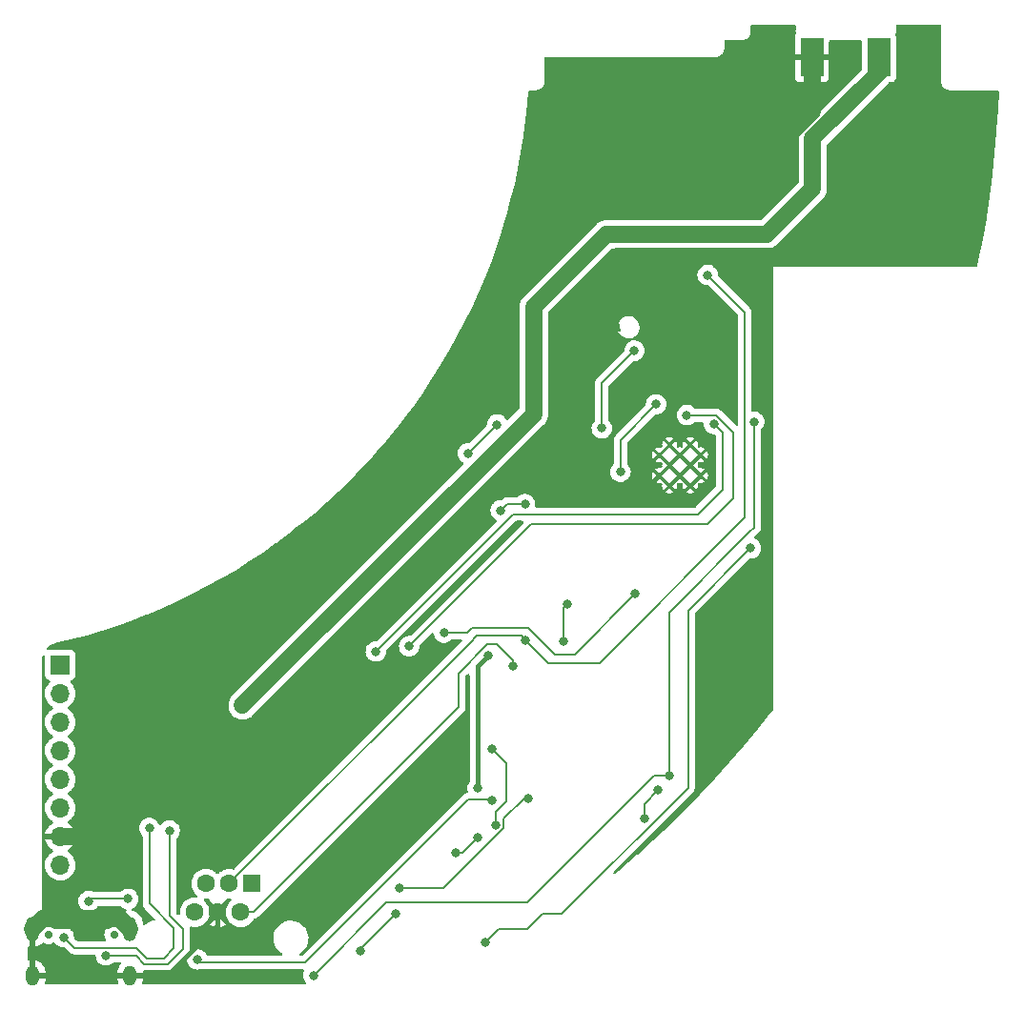
<source format=gbr>
%TF.GenerationSoftware,KiCad,Pcbnew,(6.0.0-0)*%
%TF.CreationDate,2022-03-12T19:59:45+01:00*%
%TF.ProjectId,GlowTube,476c6f77-5475-4626-952e-6b696361645f,rev?*%
%TF.SameCoordinates,Original*%
%TF.FileFunction,Copper,L2,Bot*%
%TF.FilePolarity,Positive*%
%FSLAX46Y46*%
G04 Gerber Fmt 4.6, Leading zero omitted, Abs format (unit mm)*
G04 Created by KiCad (PCBNEW (6.0.0-0)) date 2022-03-12 19:59:45*
%MOMM*%
%LPD*%
G01*
G04 APERTURE LIST*
%TA.AperFunction,SMDPad,CuDef*%
%ADD10R,2.000000X3.500000*%
%TD*%
%TA.AperFunction,ComponentPad*%
%ADD11R,1.600000X1.600000*%
%TD*%
%TA.AperFunction,ComponentPad*%
%ADD12C,1.600000*%
%TD*%
%TA.AperFunction,ComponentPad*%
%ADD13C,0.300000*%
%TD*%
%TA.AperFunction,ComponentPad*%
%ADD14R,1.700000X1.700000*%
%TD*%
%TA.AperFunction,ComponentPad*%
%ADD15O,1.700000X1.700000*%
%TD*%
%TA.AperFunction,ComponentPad*%
%ADD16C,0.700000*%
%TD*%
%TA.AperFunction,ComponentPad*%
%ADD17O,1.200000X2.200000*%
%TD*%
%TA.AperFunction,ComponentPad*%
%ADD18O,1.200000X1.800000*%
%TD*%
%TA.AperFunction,ViaPad*%
%ADD19C,0.800000*%
%TD*%
%TA.AperFunction,Conductor*%
%ADD20C,1.500000*%
%TD*%
%TA.AperFunction,Conductor*%
%ADD21C,0.160000*%
%TD*%
%TA.AperFunction,Conductor*%
%ADD22C,0.400000*%
%TD*%
%TA.AperFunction,Conductor*%
%ADD23C,0.200000*%
%TD*%
G04 APERTURE END LIST*
D10*
%TO.P,LED2,1,5V*%
%TO.N,+5V*%
X162255100Y-81940000D03*
%TO.P,LED2,3,GND*%
%TO.N,GND*%
X156290900Y-81940000D03*
%TD*%
D11*
%TO.P,RJ1,1,1*%
%TO.N,unconnected-(RJ1-Pad1)*%
X106580051Y-155400071D03*
D12*
%TO.P,RJ1,2,2*%
%TO.N,RECEIVER 5V*%
X105559985Y-157940076D03*
%TO.P,RJ1,3,3*%
%TO.N,LED1 DATA IN*%
X104539919Y-155400071D03*
%TO.P,RJ1,4,4*%
%TO.N,GND*%
X103520107Y-157940076D03*
%TO.P,RJ1,5,5*%
%TO.N,unconnected-(RJ1-Pad5)*%
X102500041Y-155400071D03*
%TO.P,RJ1,6,6*%
%TO.N,unconnected-(RJ1-Pad6)*%
X101479975Y-157940076D03*
%TD*%
D13*
%TO.P,U1,39_10,GND*%
%TO.N,GND*%
X146403900Y-117287700D03*
%TO.P,U1,39_11,GND*%
X146403900Y-119122700D03*
%TO.P,U1,39_12,GND*%
X145486400Y-116370200D03*
%TO.P,U1,39_13,GND*%
X145486400Y-118205200D03*
%TO.P,U1,39_14,GND*%
X145486400Y-120040200D03*
%TO.P,U1,39_15,GND*%
X144568900Y-117287700D03*
%TO.P,U1,39_16,GND*%
X144568900Y-119122700D03*
%TO.P,U1,39_17,GND*%
X143651400Y-116370200D03*
%TO.P,U1,39_18,GND*%
X143651400Y-118205200D03*
%TO.P,U1,39_19,GND*%
X143651400Y-120040200D03*
%TO.P,U1,39_20,GND*%
X142733900Y-117287700D03*
%TO.P,U1,39_21,GND*%
X142733900Y-119122700D03*
%TD*%
D14*
%TO.P,J1,1,Pin_1*%
%TO.N,IO12*%
X89540000Y-135960000D03*
D15*
%TO.P,J1,2,Pin_2*%
%TO.N,IO13*%
X89540000Y-138500000D03*
%TO.P,J1,3,Pin_3*%
%TO.N,IO5*%
X89540000Y-141040000D03*
%TO.P,J1,4,Pin_4*%
%TO.N,IO25{slash}A1{slash}DAC1*%
X89540000Y-143580000D03*
%TO.P,J1,5,Pin_5*%
%TO.N,IO26{slash}A0{slash}DAC2*%
X89540000Y-146120000D03*
%TO.P,J1,6,Pin_6*%
%TO.N,+3V3*%
X89540000Y-148660000D03*
%TO.P,J1,7,Pin_7*%
%TO.N,GND*%
X89540000Y-151200000D03*
%TO.P,J1,8,Pin_8*%
%TO.N,+5V*%
X89540000Y-153740000D03*
%TD*%
D16*
%TO.P,USB1,*%
%TO.N,*%
X88540000Y-159907500D03*
X94320000Y-159907500D03*
D17*
%TO.P,USB1,SHELL,SHELL*%
%TO.N,GND*%
X87110000Y-159407500D03*
D18*
X95750000Y-163587500D03*
X87110000Y-163587500D03*
D17*
X95750000Y-159407500D03*
%TD*%
D19*
%TO.N,+5V*%
X128220000Y-150160000D03*
X156370000Y-93620000D03*
X105740000Y-139550000D03*
X127860000Y-143400000D03*
X138010000Y-97720000D03*
%TO.N,GND*%
X147850000Y-99620000D03*
X100880000Y-140050000D03*
X97040000Y-147840000D03*
X150940000Y-95570000D03*
X142920000Y-102860000D03*
X133680000Y-107260000D03*
X162150000Y-93630000D03*
X133680000Y-112210000D03*
X139140000Y-99620000D03*
%TO.N,+3V3*%
X126610000Y-151280000D03*
X126610000Y-146910000D03*
X119310000Y-158080000D03*
X124680000Y-152630000D03*
X116180000Y-161400000D03*
X127510000Y-135140000D03*
%TO.N,RESET*%
X112010000Y-163540000D03*
X143620000Y-145800000D03*
X151160000Y-114350000D03*
%TO.N,IO25{slash}A1{slash}DAC1*%
X145190000Y-113770000D03*
X120530000Y-134300000D03*
%TO.N,IO26{slash}A0{slash}DAC2*%
X117570000Y-134770000D03*
X147600000Y-114540000D03*
%TO.N,IO12*%
X125740000Y-117170000D03*
X128340000Y-114600000D03*
%TO.N,IO13*%
X128660000Y-122220000D03*
X130820000Y-121670000D03*
%TO.N,IO15{slash}WS*%
X140530000Y-108040000D03*
X137640000Y-114930000D03*
%TO.N,IO0*%
X134530000Y-130550000D03*
X134210000Y-133820000D03*
%TO.N,IO5*%
X140590000Y-129660000D03*
X123620000Y-133090000D03*
%TO.N,USB-C CC1*%
X89860000Y-160150000D03*
X97460000Y-150450000D03*
%TO.N,USB-C DATA+*%
X131090000Y-147790000D03*
X119710000Y-155810000D03*
X92070000Y-156940000D03*
X95580000Y-156760000D03*
%TO.N,USB-C DATA-*%
X101710000Y-162120000D03*
X127840000Y-147970000D03*
%TO.N,USB-C CC2*%
X93600000Y-161769500D03*
X99250000Y-150680000D03*
%TO.N,IO33{slash}TESTBUTTON*%
X139290000Y-118800000D03*
X142450000Y-112800000D03*
X127260000Y-160630000D03*
X150860000Y-125590000D03*
%TO.N,RTS*%
X142650000Y-147110000D03*
X141390000Y-149640000D03*
%TO.N,RECEIVER 5V*%
X129730000Y-136030000D03*
%TO.N,LED1 DATA IN*%
X130870000Y-133790000D03*
X147040000Y-101320000D03*
%TD*%
D20*
%TO.N,+5V*%
X131590000Y-113700000D02*
X131590000Y-104140000D01*
D21*
X127860000Y-143400000D02*
X129150000Y-144690000D01*
X129150000Y-148090000D02*
X128220000Y-149020000D01*
D20*
X152270000Y-97720000D02*
X156370000Y-93620000D01*
X162255100Y-81940000D02*
X162255100Y-83274900D01*
D21*
X128220000Y-149020000D02*
X128220000Y-150160000D01*
D20*
X162255100Y-83274900D02*
X156370000Y-89160000D01*
X156370000Y-89160000D02*
X156370000Y-93620000D01*
D21*
X129150000Y-144690000D02*
X129150000Y-148090000D01*
D20*
X139900000Y-97720000D02*
X152270000Y-97720000D01*
X131590000Y-104140000D02*
X138010000Y-97720000D01*
X138010000Y-97720000D02*
X139900000Y-97720000D01*
X105740000Y-139550000D02*
X131590000Y-113700000D01*
%TO.N,GND*%
X147850000Y-99620000D02*
X141350000Y-99620000D01*
X150940000Y-92160000D02*
X156290900Y-86809100D01*
X133680000Y-112210000D02*
X133680000Y-114620000D01*
X91620000Y-154799022D02*
X91620000Y-151200000D01*
X89430000Y-156989022D02*
X91620000Y-154799022D01*
X87972725Y-158537979D02*
X87110000Y-159400704D01*
X93752725Y-158537979D02*
X93640704Y-158650000D01*
X91620000Y-151200000D02*
X89540000Y-151200000D01*
X95750000Y-159407500D02*
X95750000Y-159400704D01*
D22*
X141350000Y-101290000D02*
X141350000Y-99620000D01*
X142920000Y-102860000D02*
X141350000Y-101290000D01*
D20*
X130820000Y-117480000D02*
X128275000Y-120025000D01*
X153230000Y-99620000D02*
X147850000Y-99620000D01*
X133680000Y-114620000D02*
X130820000Y-117480000D01*
D21*
X97040000Y-147840000D02*
X93680000Y-151200000D01*
D20*
X162150000Y-93630000D02*
X160100000Y-95680000D01*
X94887275Y-158537979D02*
X93752725Y-158537979D01*
D22*
X103520107Y-159071446D02*
X99004053Y-163587500D01*
D20*
X153500000Y-99350000D02*
X153230000Y-99620000D01*
X94887275Y-158537979D02*
X90237979Y-158537979D01*
X141350000Y-99620000D02*
X139140000Y-99620000D01*
D22*
X103520107Y-157940076D02*
X103520107Y-159071446D01*
D20*
X90237979Y-158537979D02*
X89430000Y-157730000D01*
X93640704Y-158650000D02*
X89219296Y-158650000D01*
X89219296Y-158650000D02*
X89107275Y-158537979D01*
D21*
X93680000Y-151200000D02*
X91620000Y-151200000D01*
D20*
X87110000Y-159400704D02*
X87110000Y-159407500D01*
D22*
X141831600Y-120025000D02*
X128275000Y-120025000D01*
D20*
X89430000Y-157730000D02*
X89430000Y-156989022D01*
X160100000Y-95680000D02*
X158000000Y-95680000D01*
X89107275Y-158537979D02*
X87972725Y-158537979D01*
X133680000Y-105700000D02*
X133680000Y-107260000D01*
X150940000Y-95570000D02*
X150940000Y-92160000D01*
D22*
X99004053Y-163587500D02*
X95750000Y-163587500D01*
D20*
X106260000Y-142040000D02*
X102720000Y-142040000D01*
X133680000Y-104960000D02*
X133680000Y-105700000D01*
X158000000Y-95680000D02*
X157170000Y-95680000D01*
X157170000Y-95680000D02*
X153500000Y-99350000D01*
X100880000Y-140200000D02*
X100880000Y-140050000D01*
X156290900Y-86809100D02*
X156290900Y-81940000D01*
D22*
X142733900Y-119122700D02*
X141831600Y-120025000D01*
D20*
X128275000Y-120025000D02*
X106260000Y-142040000D01*
X139140000Y-99620000D02*
X139020000Y-99620000D01*
X95750000Y-159400704D02*
X94887275Y-158537979D01*
X133680000Y-107260000D02*
X133680000Y-112210000D01*
X102720000Y-142040000D02*
X100880000Y-140200000D01*
X139020000Y-99620000D02*
X133680000Y-104960000D01*
D21*
%TO.N,+3V3*%
X125260000Y-152630000D02*
X126610000Y-151280000D01*
D22*
X127510000Y-135140000D02*
X126610000Y-136040000D01*
D21*
X116180000Y-161400000D02*
X116180000Y-161210000D01*
X116180000Y-161210000D02*
X119310000Y-158080000D01*
X124680000Y-152630000D02*
X125260000Y-152630000D01*
D22*
X126610000Y-136040000D02*
X126610000Y-146910000D01*
D21*
%TO.N,RESET*%
X143620000Y-145800000D02*
X143620000Y-131290000D01*
X150770000Y-124140000D02*
X151160000Y-123750000D01*
X131030000Y-157060000D02*
X142290000Y-145800000D01*
X143620000Y-131290000D02*
X150770000Y-124140000D01*
X118490000Y-157060000D02*
X131030000Y-157060000D01*
X142290000Y-145800000D02*
X143620000Y-145800000D01*
X112010000Y-163540000D02*
X118490000Y-157060000D01*
X151160000Y-123750000D02*
X151160000Y-114350000D01*
%TO.N,IO25{slash}A1{slash}DAC1*%
X149330000Y-120320000D02*
X149330000Y-115309025D01*
X149330000Y-115309025D02*
X147790975Y-113770000D01*
X147790975Y-113770000D02*
X145190000Y-113770000D01*
X131360000Y-123470000D02*
X147020000Y-123470000D01*
X149330000Y-121160000D02*
X149330000Y-120320000D01*
X147020000Y-123470000D02*
X149330000Y-121160000D01*
X120530000Y-134300000D02*
X131360000Y-123470000D01*
%TO.N,IO26{slash}A0{slash}DAC2*%
X148360000Y-115300000D02*
X147600000Y-114540000D01*
X146180000Y-122560000D02*
X148360000Y-120380000D01*
X148360000Y-120380000D02*
X148360000Y-115300000D01*
X129780000Y-122560000D02*
X145510000Y-122560000D01*
X117570000Y-134770000D02*
X129780000Y-122560000D01*
X145510000Y-122560000D02*
X146180000Y-122560000D01*
%TO.N,IO12*%
X125740000Y-117170000D02*
X128310000Y-114600000D01*
X128310000Y-114600000D02*
X128340000Y-114600000D01*
%TO.N,IO13*%
X129210000Y-121670000D02*
X130820000Y-121670000D01*
X128660000Y-122220000D02*
X129210000Y-121670000D01*
%TO.N,IO15{slash}WS*%
X137640000Y-110930000D02*
X137640000Y-114930000D01*
X140530000Y-108040000D02*
X137640000Y-110930000D01*
%TO.N,IO0*%
X134210000Y-133820000D02*
X134210000Y-130870000D01*
X134210000Y-130870000D02*
X134530000Y-130550000D01*
%TO.N,IO5*%
X123620000Y-133090000D02*
X125690000Y-133090000D01*
X126120000Y-132660000D02*
X131090000Y-132660000D01*
X131090000Y-132660000D02*
X133440000Y-135010000D01*
X125690000Y-133090000D02*
X126120000Y-132660000D01*
X135240000Y-135010000D02*
X140590000Y-129660000D01*
X133440000Y-135010000D02*
X135240000Y-135010000D01*
%TO.N,USB-C CC1*%
X98740000Y-162020000D02*
X99640000Y-161120000D01*
X99640000Y-161120000D02*
X99640000Y-159360000D01*
X89860000Y-160150000D02*
X90800000Y-161090000D01*
X97460000Y-157180000D02*
X97460000Y-150450000D01*
X96290000Y-161090000D02*
X97220000Y-162020000D01*
X97220000Y-162020000D02*
X98740000Y-162020000D01*
X99640000Y-159360000D02*
X97460000Y-157180000D01*
X90800000Y-161090000D02*
X96290000Y-161090000D01*
D23*
%TO.N,USB-C DATA+*%
X131090000Y-147790000D02*
X130760000Y-147790000D01*
X123559259Y-155810000D02*
X119710000Y-155810000D01*
X92250000Y-156760000D02*
X95580000Y-156760000D01*
X128919511Y-150449748D02*
X123559259Y-155810000D01*
X128919511Y-149630489D02*
X128919511Y-150449748D01*
X130760000Y-147790000D02*
X128919511Y-149630489D01*
X92070000Y-156940000D02*
X92250000Y-156760000D01*
D21*
%TO.N,USB-C DATA-*%
X111270000Y-162410000D02*
X102000000Y-162410000D01*
X127780000Y-147910000D02*
X125770000Y-147910000D01*
X127840000Y-147970000D02*
X127780000Y-147910000D01*
X102000000Y-162410000D02*
X101710000Y-162120000D01*
X125770000Y-147910000D02*
X111270000Y-162410000D01*
%TO.N,USB-C CC2*%
X100430000Y-161210000D02*
X100430000Y-159430000D01*
X100430000Y-159430000D02*
X99250000Y-158250000D01*
X99120000Y-162520000D02*
X100430000Y-161210000D01*
X99250000Y-158250000D02*
X99250000Y-150680000D01*
X97010000Y-162520000D02*
X99120000Y-162520000D01*
X93600500Y-161770000D02*
X96260000Y-161770000D01*
X93600000Y-161769500D02*
X93600500Y-161770000D01*
X96260000Y-161770000D02*
X97010000Y-162520000D01*
%TO.N,IO33{slash}TESTBUTTON*%
X131000000Y-159420000D02*
X132350000Y-158070000D01*
X145300000Y-146870000D02*
X145300000Y-131150000D01*
X128470000Y-159420000D02*
X131000000Y-159420000D01*
X127260000Y-160630000D02*
X128470000Y-159420000D01*
X139290000Y-115960000D02*
X142450000Y-112800000D01*
X134100000Y-158070000D02*
X145300000Y-146870000D01*
X139290000Y-118800000D02*
X139290000Y-115960000D01*
X132350000Y-158070000D02*
X134100000Y-158070000D01*
X145300000Y-131150000D02*
X150860000Y-125590000D01*
%TO.N,RTS*%
X141390000Y-149640000D02*
X141390000Y-148370000D01*
X141390000Y-148370000D02*
X142650000Y-147110000D01*
%TO.N,RECEIVER 5V*%
X124921431Y-139710000D02*
X124921431Y-136728089D01*
X127499520Y-134150000D02*
X128290000Y-134150000D01*
X106691355Y-157940076D02*
X124921431Y-139710000D01*
X124921431Y-136728089D02*
X127499520Y-134150000D01*
X105559985Y-157940076D02*
X106691355Y-157940076D01*
X128290000Y-134150000D02*
X129730000Y-135590000D01*
X129730000Y-135590000D02*
X129730000Y-136030000D01*
%TO.N,LED1 DATA IN*%
X132880000Y-135800000D02*
X130870000Y-133790000D01*
X125900000Y-134030000D02*
X126540000Y-133390000D01*
X150330000Y-104610000D02*
X150330000Y-122890000D01*
X104539919Y-155400071D02*
X125900000Y-134039990D01*
X150330000Y-122890000D02*
X137420000Y-135800000D01*
X125900000Y-134039990D02*
X125900000Y-134030000D01*
X130470000Y-133390000D02*
X130870000Y-133790000D01*
X137420000Y-135800000D02*
X132880000Y-135800000D01*
X147040000Y-101320000D02*
X150330000Y-104610000D01*
X126540000Y-133390000D02*
X130470000Y-133390000D01*
%TD*%
%TA.AperFunction,Conductor*%
%TO.N,GND*%
G36*
X87306121Y-159173502D02*
G01*
X87352614Y-159227158D01*
X87364000Y-159279500D01*
X87364000Y-160967902D01*
X87367973Y-160981433D01*
X87377399Y-160982788D01*
X87466537Y-160961306D01*
X87477832Y-160957417D01*
X87659382Y-160874871D01*
X87669724Y-160868924D01*
X87832397Y-160753532D01*
X87841425Y-160745739D01*
X87926046Y-160657343D01*
X87987601Y-160621967D01*
X88058511Y-160625486D01*
X88091124Y-160642538D01*
X88103038Y-160651194D01*
X88103044Y-160651197D01*
X88108385Y-160655078D01*
X88114413Y-160657762D01*
X88114415Y-160657763D01*
X88181356Y-160687567D01*
X88273248Y-160728480D01*
X88354446Y-160745739D01*
X88443311Y-160764628D01*
X88443315Y-160764628D01*
X88449768Y-160766000D01*
X88630232Y-160766000D01*
X88636685Y-160764628D01*
X88636689Y-160764628D01*
X88725554Y-160745739D01*
X88806752Y-160728480D01*
X88971615Y-160655078D01*
X88972526Y-160657124D01*
X89031462Y-160642830D01*
X89098553Y-160666055D01*
X89120269Y-160687567D01*
X89120960Y-160686944D01*
X89248747Y-160828866D01*
X89403248Y-160941118D01*
X89409276Y-160943802D01*
X89409278Y-160943803D01*
X89570832Y-161015731D01*
X89577712Y-161018794D01*
X89671113Y-161038647D01*
X89758056Y-161057128D01*
X89758061Y-161057128D01*
X89764513Y-161058500D01*
X89884046Y-161058500D01*
X89952167Y-161078502D01*
X89973141Y-161095405D01*
X90350750Y-161473014D01*
X90361617Y-161485405D01*
X90380277Y-161509723D01*
X90503211Y-161604054D01*
X90568606Y-161631141D01*
X90646371Y-161663353D01*
X90800000Y-161683578D01*
X90830385Y-161679578D01*
X90846830Y-161678500D01*
X92563480Y-161678500D01*
X92631601Y-161698502D01*
X92678094Y-161752158D01*
X92688790Y-161791329D01*
X92705768Y-161952865D01*
X92706458Y-161959428D01*
X92765473Y-162141056D01*
X92860960Y-162306444D01*
X92988747Y-162448366D01*
X93143248Y-162560618D01*
X93149276Y-162563302D01*
X93149278Y-162563303D01*
X93167981Y-162571630D01*
X93317712Y-162638294D01*
X93405453Y-162656944D01*
X93498056Y-162676628D01*
X93498061Y-162676628D01*
X93504513Y-162678000D01*
X93695487Y-162678000D01*
X93701939Y-162676628D01*
X93701944Y-162676628D01*
X93794547Y-162656944D01*
X93882288Y-162638294D01*
X94032019Y-162571630D01*
X94050722Y-162563303D01*
X94050724Y-162563302D01*
X94056752Y-162560618D01*
X94118172Y-162515994D01*
X94189671Y-162464046D01*
X94211253Y-162448366D01*
X94254632Y-162400189D01*
X94315078Y-162362950D01*
X94348268Y-162358500D01*
X94810413Y-162358500D01*
X94878534Y-162378502D01*
X94925027Y-162432158D01*
X94935131Y-162502432D01*
X94901431Y-162571630D01*
X94880663Y-162593325D01*
X94873262Y-162602696D01*
X94765079Y-162770241D01*
X94759583Y-162780845D01*
X94685039Y-162965812D01*
X94681645Y-162977270D01*
X94643143Y-163174428D01*
X94642066Y-163183291D01*
X94642000Y-163186000D01*
X94642000Y-163315385D01*
X94646475Y-163330624D01*
X94647865Y-163331829D01*
X94655548Y-163333500D01*
X96839885Y-163333500D01*
X96855124Y-163329025D01*
X96856329Y-163327635D01*
X96858000Y-163319952D01*
X96858000Y-163237242D01*
X96878002Y-163169121D01*
X96931658Y-163122628D01*
X96993554Y-163113353D01*
X96993554Y-163112500D01*
X96999248Y-163112500D01*
X97000447Y-163112320D01*
X97010000Y-163113578D01*
X97018188Y-163112500D01*
X97040383Y-163109578D01*
X97056829Y-163108500D01*
X99073170Y-163108500D01*
X99089615Y-163109578D01*
X99120000Y-163113578D01*
X99128189Y-163112500D01*
X99265442Y-163094431D01*
X99265443Y-163094431D01*
X99273630Y-163093353D01*
X99357490Y-163058616D01*
X99416789Y-163034054D01*
X99539723Y-162939723D01*
X99558380Y-162915409D01*
X99569247Y-162903018D01*
X100072076Y-162400189D01*
X100597073Y-161875191D01*
X100659385Y-161841166D01*
X100730200Y-161846230D01*
X100787036Y-161888777D01*
X100811847Y-161955297D01*
X100811478Y-161977454D01*
X100796496Y-162120000D01*
X100797186Y-162126565D01*
X100807310Y-162222885D01*
X100816458Y-162309928D01*
X100875473Y-162491556D01*
X100970960Y-162656944D01*
X100975378Y-162661851D01*
X100975379Y-162661852D01*
X100989919Y-162678000D01*
X101098747Y-162798866D01*
X101253248Y-162911118D01*
X101259276Y-162913802D01*
X101259278Y-162913803D01*
X101421681Y-162986109D01*
X101427712Y-162988794D01*
X101496823Y-163003484D01*
X101608056Y-163027128D01*
X101608061Y-163027128D01*
X101614513Y-163028500D01*
X101805487Y-163028500D01*
X101811940Y-163027128D01*
X101811944Y-163027128D01*
X101931111Y-163001798D01*
X101973752Y-163000123D01*
X101991810Y-163002500D01*
X101991811Y-163002500D01*
X102000000Y-163003578D01*
X102030385Y-162999578D01*
X102046830Y-162998500D01*
X111057870Y-162998500D01*
X111125991Y-163018502D01*
X111172484Y-163072158D01*
X111182588Y-163142432D01*
X111175116Y-163168328D01*
X111175473Y-163168444D01*
X111116458Y-163350072D01*
X111115768Y-163356633D01*
X111115768Y-163356635D01*
X111104222Y-163466487D01*
X111096496Y-163540000D01*
X111097186Y-163546565D01*
X111114942Y-163715500D01*
X111116458Y-163729928D01*
X111175473Y-163911556D01*
X111270960Y-164076944D01*
X111339851Y-164153456D01*
X111370567Y-164217461D01*
X111361803Y-164287915D01*
X111316341Y-164342446D01*
X111246214Y-164363764D01*
X96937909Y-164363764D01*
X96869788Y-164343762D01*
X96823295Y-164290106D01*
X96813191Y-164219832D01*
X96817097Y-164201982D01*
X96818353Y-164197741D01*
X96856857Y-164000572D01*
X96857934Y-163991709D01*
X96858000Y-163989000D01*
X96858000Y-163859615D01*
X96853525Y-163844376D01*
X96852135Y-163843171D01*
X96844452Y-163841500D01*
X94660115Y-163841500D01*
X94644876Y-163845975D01*
X94643671Y-163847365D01*
X94642000Y-163855048D01*
X94642000Y-163937332D01*
X94642285Y-163943308D01*
X94656471Y-164091994D01*
X94658730Y-164103729D01*
X94687646Y-164202295D01*
X94687629Y-164273291D01*
X94649231Y-164333008D01*
X94584643Y-164362486D01*
X94566741Y-164363764D01*
X88297909Y-164363764D01*
X88229788Y-164343762D01*
X88183295Y-164290106D01*
X88173191Y-164219832D01*
X88177097Y-164201982D01*
X88178353Y-164197741D01*
X88216857Y-164000572D01*
X88217934Y-163991709D01*
X88218000Y-163989000D01*
X88218000Y-163859615D01*
X88213525Y-163844376D01*
X88212135Y-163843171D01*
X88204452Y-163841500D01*
X86982000Y-163841500D01*
X86913879Y-163821498D01*
X86867386Y-163767842D01*
X86856000Y-163715500D01*
X86856000Y-163315385D01*
X87364000Y-163315385D01*
X87368475Y-163330624D01*
X87369865Y-163331829D01*
X87377548Y-163333500D01*
X88199885Y-163333500D01*
X88215124Y-163329025D01*
X88216329Y-163327635D01*
X88218000Y-163319952D01*
X88218000Y-163237668D01*
X88217715Y-163231692D01*
X88203529Y-163083006D01*
X88201270Y-163071272D01*
X88145128Y-162879901D01*
X88140698Y-162868825D01*
X88049381Y-162691522D01*
X88042931Y-162681476D01*
X87919738Y-162524643D01*
X87911501Y-162515994D01*
X87760877Y-162385288D01*
X87751153Y-162378353D01*
X87578533Y-162278490D01*
X87567669Y-162273516D01*
X87379273Y-162208093D01*
X87378284Y-162207852D01*
X87367992Y-162209320D01*
X87364000Y-162222885D01*
X87364000Y-163315385D01*
X86856000Y-163315385D01*
X86856000Y-162227098D01*
X86852027Y-162213567D01*
X86842601Y-162212212D01*
X86783520Y-162226450D01*
X86712609Y-162222965D01*
X86654839Y-162181695D01*
X86628553Y-162115744D01*
X86628000Y-162103957D01*
X86628000Y-161090171D01*
X86648002Y-161022050D01*
X86701658Y-160975557D01*
X86771932Y-160965453D01*
X86795333Y-160971143D01*
X86840727Y-160986907D01*
X86841716Y-160987148D01*
X86852008Y-160985680D01*
X86856000Y-160972115D01*
X86856000Y-159279500D01*
X86876002Y-159211379D01*
X86929658Y-159164886D01*
X86982000Y-159153500D01*
X87238000Y-159153500D01*
X87306121Y-159173502D01*
G37*
%TD.AperFunction*%
%TA.AperFunction,Conductor*%
G36*
X125819532Y-136766419D02*
G01*
X125876368Y-136808966D01*
X125901179Y-136875486D01*
X125901500Y-136884475D01*
X125901500Y-146291256D01*
X125881498Y-146359377D01*
X125877436Y-146365317D01*
X125875379Y-146368148D01*
X125870960Y-146373056D01*
X125867659Y-146378774D01*
X125867658Y-146378775D01*
X125807629Y-146482749D01*
X125775473Y-146538444D01*
X125716458Y-146720072D01*
X125715768Y-146726633D01*
X125715768Y-146726635D01*
X125701561Y-146861812D01*
X125696496Y-146910000D01*
X125697186Y-146916562D01*
X125697186Y-146916565D01*
X125713476Y-147071552D01*
X125716458Y-147099928D01*
X125719731Y-147110000D01*
X125739296Y-147170217D01*
X125741323Y-147241185D01*
X125704661Y-147301983D01*
X125635908Y-147334075D01*
X125616371Y-147336647D01*
X125566502Y-147357304D01*
X125473211Y-147395946D01*
X125350277Y-147490277D01*
X125345251Y-147496827D01*
X125331617Y-147514595D01*
X125320750Y-147526986D01*
X111063140Y-161784595D01*
X111000828Y-161818621D01*
X110974045Y-161821500D01*
X110887017Y-161821500D01*
X110818896Y-161801498D01*
X110772403Y-161747842D01*
X110762299Y-161677568D01*
X110791793Y-161612988D01*
X110819869Y-161588884D01*
X110961015Y-161500000D01*
X111149138Y-161334147D01*
X111308324Y-161140351D01*
X111434478Y-160923596D01*
X111524355Y-160689461D01*
X111532350Y-160651194D01*
X111574606Y-160448921D01*
X111575641Y-160443967D01*
X111576962Y-160414893D01*
X111582062Y-160302568D01*
X111587018Y-160193432D01*
X111583584Y-160163748D01*
X111565543Y-160007830D01*
X111558192Y-159944301D01*
X111555293Y-159934054D01*
X111491284Y-159707852D01*
X111491283Y-159707850D01*
X111489906Y-159702983D01*
X111487772Y-159698408D01*
X111487770Y-159698401D01*
X111386053Y-159480269D01*
X111386051Y-159480265D01*
X111383916Y-159475687D01*
X111352867Y-159430000D01*
X111245795Y-159272448D01*
X111245792Y-159272444D01*
X111242949Y-159268261D01*
X111144169Y-159163803D01*
X111074113Y-159089721D01*
X111070633Y-159086041D01*
X111062065Y-159079490D01*
X110875419Y-158936788D01*
X110875415Y-158936785D01*
X110871399Y-158933715D01*
X110747418Y-158867237D01*
X110654835Y-158817595D01*
X110650374Y-158815203D01*
X110645593Y-158813557D01*
X110645589Y-158813555D01*
X110418033Y-158735201D01*
X110413244Y-158733552D01*
X110309711Y-158715669D01*
X110170020Y-158691540D01*
X110170014Y-158691539D01*
X110166110Y-158690865D01*
X110162149Y-158690685D01*
X110162148Y-158690685D01*
X110137469Y-158689564D01*
X110137450Y-158689564D01*
X110136050Y-158689500D01*
X109961385Y-158689500D01*
X109958877Y-158689702D01*
X109958872Y-158689702D01*
X109779456Y-158704137D01*
X109779451Y-158704138D01*
X109774415Y-158704543D01*
X109769507Y-158705748D01*
X109769504Y-158705749D01*
X109573247Y-158753955D01*
X109530861Y-158764366D01*
X109526209Y-158766341D01*
X109526205Y-158766342D01*
X109325134Y-158851692D01*
X109300004Y-158862359D01*
X109230789Y-158905946D01*
X109101874Y-158987128D01*
X109087785Y-158996000D01*
X108899662Y-159161853D01*
X108740476Y-159355649D01*
X108614322Y-159572404D01*
X108524445Y-159806539D01*
X108523412Y-159811485D01*
X108523410Y-159811491D01*
X108490999Y-159966635D01*
X108473159Y-160052033D01*
X108461782Y-160302568D01*
X108490608Y-160551699D01*
X108491987Y-160556573D01*
X108491988Y-160556577D01*
X108547721Y-160753532D01*
X108558894Y-160793017D01*
X108561028Y-160797592D01*
X108561030Y-160797599D01*
X108656137Y-161001556D01*
X108664884Y-161020313D01*
X108667726Y-161024494D01*
X108667726Y-161024495D01*
X108803005Y-161223552D01*
X108803008Y-161223556D01*
X108805851Y-161227739D01*
X108809328Y-161231416D01*
X108809329Y-161231417D01*
X108909638Y-161337491D01*
X108978167Y-161409959D01*
X108982193Y-161413037D01*
X108982194Y-161413038D01*
X109173381Y-161559212D01*
X109173385Y-161559215D01*
X109177401Y-161562285D01*
X109181859Y-161564675D01*
X109181860Y-161564676D01*
X109218750Y-161584456D01*
X109269333Y-161634274D01*
X109284953Y-161703531D01*
X109260650Y-161770238D01*
X109204140Y-161813217D01*
X109159209Y-161821500D01*
X102658123Y-161821500D01*
X102590002Y-161801498D01*
X102544561Y-161748548D01*
X102544527Y-161748444D01*
X102518597Y-161703531D01*
X102461163Y-161604054D01*
X102449040Y-161583056D01*
X102321253Y-161441134D01*
X102166752Y-161328882D01*
X102160724Y-161326198D01*
X102160722Y-161326197D01*
X101998319Y-161253891D01*
X101998318Y-161253891D01*
X101992288Y-161251206D01*
X101898887Y-161231353D01*
X101811944Y-161212872D01*
X101811939Y-161212872D01*
X101805487Y-161211500D01*
X101614513Y-161211500D01*
X101608061Y-161212872D01*
X101608056Y-161212872D01*
X101521113Y-161231353D01*
X101427712Y-161251206D01*
X101421682Y-161253891D01*
X101421681Y-161253891D01*
X101259278Y-161326197D01*
X101259276Y-161326198D01*
X101253248Y-161328882D01*
X101247907Y-161332762D01*
X101247906Y-161332763D01*
X101219243Y-161353588D01*
X101152375Y-161377447D01*
X101083223Y-161361366D01*
X101033743Y-161310452D01*
X101020260Y-161235208D01*
X101022500Y-161218191D01*
X101022500Y-161218188D01*
X101023578Y-161210000D01*
X101019578Y-161179615D01*
X101018500Y-161163170D01*
X101018500Y-159476830D01*
X101019578Y-159460384D01*
X101023578Y-159430000D01*
X101013044Y-159349984D01*
X101023983Y-159279836D01*
X101071112Y-159226738D01*
X101139466Y-159207548D01*
X101170577Y-159211832D01*
X101246573Y-159232195D01*
X101246575Y-159232195D01*
X101251888Y-159233619D01*
X101479975Y-159253574D01*
X101708062Y-159233619D01*
X101713375Y-159232195D01*
X101713377Y-159232195D01*
X101923908Y-159175783D01*
X101923910Y-159175782D01*
X101929218Y-159174360D01*
X101947659Y-159165761D01*
X102131737Y-159079925D01*
X102131742Y-159079922D01*
X102136724Y-159077599D01*
X102210218Y-159026138D01*
X102798600Y-159026138D01*
X102807896Y-159038153D01*
X102859101Y-159074007D01*
X102868596Y-159079490D01*
X103066054Y-159171566D01*
X103076346Y-159175312D01*
X103286795Y-159231701D01*
X103297588Y-159233604D01*
X103514632Y-159252593D01*
X103525582Y-159252593D01*
X103742626Y-159233604D01*
X103753419Y-159231701D01*
X103963868Y-159175312D01*
X103974160Y-159171566D01*
X104171618Y-159079490D01*
X104181113Y-159074007D01*
X104233155Y-159037567D01*
X104241531Y-159027088D01*
X104234463Y-159013642D01*
X103532919Y-158312098D01*
X103518975Y-158304484D01*
X103517142Y-158304615D01*
X103510527Y-158308866D01*
X102805030Y-159014363D01*
X102798600Y-159026138D01*
X102210218Y-159026138D01*
X102318717Y-158950166D01*
X102319764Y-158949433D01*
X102319767Y-158949431D01*
X102324275Y-158946274D01*
X102486173Y-158784376D01*
X102501030Y-158763159D01*
X102563192Y-158674382D01*
X102617498Y-158596825D01*
X102619821Y-158591843D01*
X102619824Y-158591838D01*
X102707147Y-158404571D01*
X102732247Y-158368726D01*
X103148085Y-157952888D01*
X103155699Y-157938944D01*
X103155568Y-157937111D01*
X103151317Y-157930496D01*
X102732247Y-157511426D01*
X102707147Y-157475581D01*
X102619824Y-157288314D01*
X102619821Y-157288309D01*
X102617498Y-157283327D01*
X102515234Y-157137279D01*
X102489332Y-157100287D01*
X102489330Y-157100284D01*
X102486173Y-157095776D01*
X102324275Y-156933878D01*
X102319764Y-156930720D01*
X102315992Y-156927554D01*
X102276668Y-156868443D01*
X102275544Y-156797455D01*
X102312978Y-156737129D01*
X102377083Y-156706617D01*
X102407968Y-156705514D01*
X102494565Y-156713090D01*
X102494566Y-156713090D01*
X102500041Y-156713569D01*
X102505516Y-156713090D01*
X102505517Y-156713090D01*
X102662605Y-156699347D01*
X102732209Y-156713336D01*
X102783202Y-156762736D01*
X102798916Y-156837840D01*
X102797561Y-156850929D01*
X102805751Y-156866510D01*
X103507295Y-157568054D01*
X103521239Y-157575668D01*
X103523072Y-157575537D01*
X103529687Y-157571286D01*
X104235184Y-156865789D01*
X104242798Y-156851845D01*
X104241517Y-156833929D01*
X104256608Y-156764555D01*
X104306810Y-156714353D01*
X104378177Y-156699419D01*
X104534443Y-156713090D01*
X104534444Y-156713090D01*
X104539919Y-156713569D01*
X104545394Y-156713090D01*
X104545395Y-156713090D01*
X104631992Y-156705514D01*
X104701597Y-156719503D01*
X104752589Y-156768903D01*
X104768779Y-156838029D01*
X104745026Y-156904934D01*
X104723968Y-156927554D01*
X104720196Y-156930720D01*
X104715685Y-156933878D01*
X104553787Y-157095776D01*
X104550630Y-157100284D01*
X104550628Y-157100287D01*
X104524726Y-157137279D01*
X104422462Y-157283327D01*
X104420139Y-157288309D01*
X104420136Y-157288314D01*
X104332591Y-157476057D01*
X104307491Y-157511902D01*
X103892129Y-157927264D01*
X103884515Y-157941208D01*
X103884646Y-157943041D01*
X103888897Y-157949656D01*
X104307491Y-158368250D01*
X104332591Y-158404095D01*
X104420136Y-158591838D01*
X104420139Y-158591843D01*
X104422462Y-158596825D01*
X104476768Y-158674382D01*
X104538931Y-158763159D01*
X104553787Y-158784376D01*
X104715685Y-158946274D01*
X104720193Y-158949431D01*
X104720196Y-158949433D01*
X104721243Y-158950166D01*
X104903236Y-159077599D01*
X104908218Y-159079922D01*
X104908223Y-159079925D01*
X105092301Y-159165761D01*
X105110742Y-159174360D01*
X105116050Y-159175782D01*
X105116052Y-159175783D01*
X105326583Y-159232195D01*
X105326585Y-159232195D01*
X105331898Y-159233619D01*
X105559985Y-159253574D01*
X105788072Y-159233619D01*
X105793385Y-159232195D01*
X105793387Y-159232195D01*
X106003918Y-159175783D01*
X106003920Y-159175782D01*
X106009228Y-159174360D01*
X106027669Y-159165761D01*
X106211747Y-159079925D01*
X106211752Y-159079922D01*
X106216734Y-159077599D01*
X106398727Y-158950166D01*
X106399774Y-158949433D01*
X106399777Y-158949431D01*
X106404285Y-158946274D01*
X106566183Y-158784376D01*
X106581040Y-158763159D01*
X106694354Y-158601329D01*
X106697508Y-158596825D01*
X106699832Y-158591842D01*
X106699835Y-158591836D01*
X106700083Y-158591304D01*
X106700254Y-158591109D01*
X106702583Y-158587076D01*
X106703394Y-158587544D01*
X106747002Y-158538021D01*
X106797829Y-158519637D01*
X106836798Y-158514507D01*
X106836800Y-158514507D01*
X106844985Y-158513429D01*
X106928845Y-158478692D01*
X106988144Y-158454130D01*
X107111078Y-158359799D01*
X107129735Y-158335485D01*
X107140602Y-158323094D01*
X125304445Y-140159250D01*
X125316836Y-140148383D01*
X125334604Y-140134749D01*
X125341154Y-140129723D01*
X125435485Y-140006789D01*
X125470789Y-139921556D01*
X125494784Y-139863629D01*
X125515009Y-139710000D01*
X125511009Y-139679615D01*
X125509931Y-139663170D01*
X125509931Y-137024044D01*
X125529933Y-136955923D01*
X125546836Y-136934949D01*
X125686405Y-136795380D01*
X125748717Y-136761354D01*
X125819532Y-136766419D01*
G37*
%TD.AperFunction*%
%TA.AperFunction,Conductor*%
G36*
X154791501Y-79061957D02*
G01*
X154837994Y-79115613D01*
X154849380Y-79167955D01*
X154849380Y-79580743D01*
X154847634Y-79601649D01*
X154844309Y-79621411D01*
X154844156Y-79633950D01*
X154844846Y-79638766D01*
X154844846Y-79638772D01*
X154847971Y-79660597D01*
X154848636Y-79666105D01*
X154861069Y-79792347D01*
X154862866Y-79798271D01*
X154869331Y-79819584D01*
X154869964Y-79890578D01*
X154849583Y-79931723D01*
X154846113Y-79936352D01*
X154837576Y-79951946D01*
X154792422Y-80072394D01*
X154788795Y-80087649D01*
X154783269Y-80138514D01*
X154782900Y-80145328D01*
X154782900Y-81667885D01*
X154787375Y-81683124D01*
X154788765Y-81684329D01*
X154796448Y-81686000D01*
X157780784Y-81686000D01*
X157796023Y-81681525D01*
X157797228Y-81680135D01*
X157798899Y-81672452D01*
X157798899Y-80567955D01*
X157818901Y-80499834D01*
X157872557Y-80453341D01*
X157924899Y-80441955D01*
X160620600Y-80441955D01*
X160688721Y-80461957D01*
X160735214Y-80515613D01*
X160746600Y-80567955D01*
X160746600Y-82951422D01*
X160726598Y-83019543D01*
X160709695Y-83040517D01*
X155544737Y-88205475D01*
X155532347Y-88216342D01*
X155514708Y-88229877D01*
X155460188Y-88289794D01*
X155459842Y-88290174D01*
X155455743Y-88294469D01*
X155439802Y-88310410D01*
X155438007Y-88312557D01*
X155438005Y-88312559D01*
X155423068Y-88330423D01*
X155419600Y-88334398D01*
X155367288Y-88391888D01*
X155367281Y-88391897D01*
X155363515Y-88396036D01*
X155360538Y-88400782D01*
X155360537Y-88400783D01*
X155353987Y-88411225D01*
X155343911Y-88425093D01*
X155336004Y-88434549D01*
X155335997Y-88434559D01*
X155332406Y-88438854D01*
X155291118Y-88511240D01*
X155288413Y-88515759D01*
X155244136Y-88586344D01*
X155242043Y-88591549D01*
X155242042Y-88591552D01*
X155237448Y-88602979D01*
X155229988Y-88618411D01*
X155223880Y-88629119D01*
X155223876Y-88629128D01*
X155221101Y-88633993D01*
X155219232Y-88639270D01*
X155219230Y-88639275D01*
X155193285Y-88712542D01*
X155191420Y-88717478D01*
X155160344Y-88794783D01*
X155159208Y-88800270D01*
X155159207Y-88800272D01*
X155156706Y-88812349D01*
X155152101Y-88828844D01*
X155146111Y-88845759D01*
X155145204Y-88851298D01*
X155132643Y-88928001D01*
X155131683Y-88933180D01*
X155114787Y-89014767D01*
X155114521Y-89019379D01*
X155114521Y-89019380D01*
X155113185Y-89042548D01*
X155111738Y-89055653D01*
X155110714Y-89061910D01*
X155109806Y-89067457D01*
X155109894Y-89073070D01*
X155109894Y-89073072D01*
X155111484Y-89174264D01*
X155111500Y-89176243D01*
X155111500Y-93046522D01*
X155091498Y-93114643D01*
X155074595Y-93135617D01*
X151785617Y-96424595D01*
X151723305Y-96458621D01*
X151696522Y-96461500D01*
X138101395Y-96461500D01*
X138084948Y-96460422D01*
X138068483Y-96458254D01*
X138068479Y-96458254D01*
X138062913Y-96457521D01*
X137981512Y-96461360D01*
X137975576Y-96461500D01*
X137953001Y-96461500D01*
X137933981Y-96463197D01*
X137927011Y-96463819D01*
X137921749Y-96464178D01*
X137905568Y-96464941D01*
X137838512Y-96468104D01*
X137833053Y-96469354D01*
X137833048Y-96469355D01*
X137821030Y-96472108D01*
X137804101Y-96474789D01*
X137786238Y-96476383D01*
X137780822Y-96477865D01*
X137780820Y-96477865D01*
X137705867Y-96498370D01*
X137700749Y-96499656D01*
X137625000Y-96517005D01*
X137624998Y-96517006D01*
X137619530Y-96518258D01*
X137609030Y-96522737D01*
X137603033Y-96525294D01*
X137586858Y-96530927D01*
X137574961Y-96534182D01*
X137574957Y-96534183D01*
X137569549Y-96535663D01*
X137564483Y-96538079D01*
X137564484Y-96538079D01*
X137494333Y-96571539D01*
X137489524Y-96573710D01*
X137412891Y-96606397D01*
X137397890Y-96616251D01*
X137382975Y-96624654D01*
X137366782Y-96632378D01*
X137362231Y-96635648D01*
X137362228Y-96635650D01*
X137299119Y-96680999D01*
X137294768Y-96683989D01*
X137228990Y-96727196D01*
X137228982Y-96727202D01*
X137225126Y-96729735D01*
X137204338Y-96748257D01*
X137194061Y-96756490D01*
X137184346Y-96763471D01*
X137180444Y-96767498D01*
X137109937Y-96840255D01*
X137108548Y-96841665D01*
X130764737Y-103185475D01*
X130752347Y-103196342D01*
X130734708Y-103209877D01*
X130680188Y-103269794D01*
X130679842Y-103270174D01*
X130675743Y-103274469D01*
X130659802Y-103290410D01*
X130658007Y-103292557D01*
X130658005Y-103292559D01*
X130643068Y-103310423D01*
X130639600Y-103314398D01*
X130587288Y-103371888D01*
X130587281Y-103371897D01*
X130583515Y-103376036D01*
X130580538Y-103380782D01*
X130580537Y-103380783D01*
X130573987Y-103391225D01*
X130563911Y-103405093D01*
X130556004Y-103414549D01*
X130555997Y-103414559D01*
X130552406Y-103418854D01*
X130511118Y-103491240D01*
X130508413Y-103495759D01*
X130464136Y-103566344D01*
X130462043Y-103571549D01*
X130462042Y-103571552D01*
X130457448Y-103582979D01*
X130449988Y-103598411D01*
X130443880Y-103609119D01*
X130443876Y-103609128D01*
X130441101Y-103613993D01*
X130439232Y-103619270D01*
X130439230Y-103619275D01*
X130413285Y-103692542D01*
X130411420Y-103697478D01*
X130380344Y-103774783D01*
X130379208Y-103780270D01*
X130379207Y-103780272D01*
X130376706Y-103792349D01*
X130372101Y-103808844D01*
X130366111Y-103825759D01*
X130365204Y-103831298D01*
X130352643Y-103908001D01*
X130351683Y-103913180D01*
X130334787Y-103994767D01*
X130334521Y-103999379D01*
X130334521Y-103999380D01*
X130333185Y-104022548D01*
X130331738Y-104035653D01*
X130330714Y-104041910D01*
X130329806Y-104047457D01*
X130329894Y-104053070D01*
X130329894Y-104053072D01*
X130331484Y-104154264D01*
X130331500Y-104156243D01*
X130331500Y-113126522D01*
X130311498Y-113194643D01*
X130294595Y-113215617D01*
X129329891Y-114180321D01*
X129267579Y-114214347D01*
X129196764Y-114209282D01*
X129139928Y-114166735D01*
X129131677Y-114154226D01*
X129131428Y-114153794D01*
X129079040Y-114063056D01*
X129050306Y-114031143D01*
X128955675Y-113926045D01*
X128955674Y-113926044D01*
X128951253Y-113921134D01*
X128796752Y-113808882D01*
X128790724Y-113806198D01*
X128790722Y-113806197D01*
X128628319Y-113733891D01*
X128628318Y-113733891D01*
X128622288Y-113731206D01*
X128528887Y-113711353D01*
X128441944Y-113692872D01*
X128441939Y-113692872D01*
X128435487Y-113691500D01*
X128244513Y-113691500D01*
X128238061Y-113692872D01*
X128238056Y-113692872D01*
X128151113Y-113711353D01*
X128057712Y-113731206D01*
X128051682Y-113733891D01*
X128051681Y-113733891D01*
X127889278Y-113806197D01*
X127889276Y-113806198D01*
X127883248Y-113808882D01*
X127728747Y-113921134D01*
X127724326Y-113926044D01*
X127724325Y-113926045D01*
X127629695Y-114031143D01*
X127600960Y-114063056D01*
X127587253Y-114086797D01*
X127509930Y-114220725D01*
X127505473Y-114228444D01*
X127446458Y-114410072D01*
X127445768Y-114416633D01*
X127445768Y-114416635D01*
X127430864Y-114558444D01*
X127426496Y-114600000D01*
X127426551Y-114600523D01*
X127407184Y-114666481D01*
X127390281Y-114687455D01*
X125853140Y-116224595D01*
X125790828Y-116258621D01*
X125764045Y-116261500D01*
X125644513Y-116261500D01*
X125638061Y-116262872D01*
X125638056Y-116262872D01*
X125551112Y-116281353D01*
X125457712Y-116301206D01*
X125451682Y-116303891D01*
X125451681Y-116303891D01*
X125289278Y-116376197D01*
X125289276Y-116376198D01*
X125283248Y-116378882D01*
X125277907Y-116382762D01*
X125277906Y-116382763D01*
X125270474Y-116388163D01*
X125128747Y-116491134D01*
X125000960Y-116633056D01*
X124905473Y-116798444D01*
X124846458Y-116980072D01*
X124845768Y-116986633D01*
X124845768Y-116986635D01*
X124827806Y-117157540D01*
X124826496Y-117170000D01*
X124827186Y-117176565D01*
X124840755Y-117305663D01*
X124846458Y-117359928D01*
X124905473Y-117541556D01*
X124908776Y-117547278D01*
X124908777Y-117547279D01*
X124910028Y-117549446D01*
X125000960Y-117706944D01*
X125128747Y-117848866D01*
X125199625Y-117900362D01*
X125263518Y-117946783D01*
X125283248Y-117961118D01*
X125289278Y-117963803D01*
X125289282Y-117963805D01*
X125299711Y-117968448D01*
X125353809Y-118014426D01*
X125374460Y-118082353D01*
X125355110Y-118150661D01*
X125337561Y-118172651D01*
X104809802Y-138700410D01*
X104702406Y-138828854D01*
X104591101Y-139023993D01*
X104589232Y-139029270D01*
X104589230Y-139029275D01*
X104557450Y-139119020D01*
X104516111Y-139235759D01*
X104515204Y-139241298D01*
X104491322Y-139387137D01*
X104479806Y-139457457D01*
X104479894Y-139463070D01*
X104479894Y-139463073D01*
X104480065Y-139473938D01*
X104483335Y-139682081D01*
X104484415Y-139687586D01*
X104524051Y-139889612D01*
X104526585Y-139902529D01*
X104528623Y-139907755D01*
X104528624Y-139907760D01*
X104543465Y-139945825D01*
X104608190Y-140111835D01*
X104725570Y-140303382D01*
X104729305Y-140307575D01*
X104729308Y-140307578D01*
X104804073Y-140391492D01*
X104875015Y-140471115D01*
X105051801Y-140609734D01*
X105056760Y-140612359D01*
X105056759Y-140612359D01*
X105157697Y-140665802D01*
X105250341Y-140714854D01*
X105255687Y-140716560D01*
X105255689Y-140716561D01*
X105365925Y-140751742D01*
X105464357Y-140783156D01*
X105469914Y-140783888D01*
X105469916Y-140783888D01*
X105514116Y-140789707D01*
X105687086Y-140812479D01*
X105692685Y-140812215D01*
X105692687Y-140812215D01*
X105799287Y-140807187D01*
X105911488Y-140801896D01*
X106047347Y-140770780D01*
X106125005Y-140752994D01*
X106125009Y-140752993D01*
X106130470Y-140751742D01*
X106337109Y-140663603D01*
X106419117Y-140609734D01*
X106521020Y-140542797D01*
X106521024Y-140542794D01*
X106524874Y-140540265D01*
X106528312Y-140537202D01*
X106528317Y-140537198D01*
X106566152Y-140503487D01*
X106567509Y-140502278D01*
X126470089Y-120599699D01*
X143309653Y-120599699D01*
X143314342Y-120605963D01*
X143400718Y-120652862D01*
X143414744Y-120658415D01*
X143554093Y-120694972D01*
X143569044Y-120697019D01*
X143713087Y-120699283D01*
X143728091Y-120697706D01*
X143868525Y-120665542D01*
X143882710Y-120660435D01*
X143984154Y-120609414D01*
X143994460Y-120599783D01*
X143994432Y-120599699D01*
X145144653Y-120599699D01*
X145149342Y-120605963D01*
X145235718Y-120652862D01*
X145249744Y-120658415D01*
X145389093Y-120694972D01*
X145404044Y-120697019D01*
X145548087Y-120699283D01*
X145563091Y-120697706D01*
X145703525Y-120665542D01*
X145717710Y-120660435D01*
X145819154Y-120609414D01*
X145829460Y-120599783D01*
X145827248Y-120593180D01*
X145499212Y-120265144D01*
X145485268Y-120257530D01*
X145483435Y-120257661D01*
X145476820Y-120261912D01*
X145151413Y-120587319D01*
X145144653Y-120599699D01*
X143994432Y-120599699D01*
X143992248Y-120593180D01*
X143664212Y-120265144D01*
X143650268Y-120257530D01*
X143648435Y-120257661D01*
X143641820Y-120261912D01*
X143316413Y-120587319D01*
X143309653Y-120599699D01*
X126470089Y-120599699D01*
X128269788Y-118800000D01*
X138376496Y-118800000D01*
X138377186Y-118806565D01*
X138394588Y-118972132D01*
X138396458Y-118989928D01*
X138455473Y-119171556D01*
X138550960Y-119336944D01*
X138555378Y-119341851D01*
X138555379Y-119341852D01*
X138671450Y-119470762D01*
X138678747Y-119478866D01*
X138833248Y-119591118D01*
X138839276Y-119593802D01*
X138839278Y-119593803D01*
X139001681Y-119666109D01*
X139007712Y-119668794D01*
X139100247Y-119688463D01*
X139188056Y-119707128D01*
X139188061Y-119707128D01*
X139194513Y-119708500D01*
X139385487Y-119708500D01*
X139391939Y-119707128D01*
X139391944Y-119707128D01*
X139479753Y-119688463D01*
X139509223Y-119682199D01*
X142392153Y-119682199D01*
X142396842Y-119688463D01*
X142483218Y-119735362D01*
X142497244Y-119740915D01*
X142636593Y-119777472D01*
X142651544Y-119779519D01*
X142795587Y-119781783D01*
X142810591Y-119780206D01*
X142851774Y-119770774D01*
X142922641Y-119775064D01*
X142979939Y-119816986D01*
X143005476Y-119883231D01*
X143004825Y-119910040D01*
X142989594Y-120025728D01*
X142989437Y-120040809D01*
X143005246Y-120184005D01*
X143008692Y-120198694D01*
X143058199Y-120333983D01*
X143065049Y-120347426D01*
X143081870Y-120372459D01*
X143091854Y-120380758D01*
X143105945Y-120373523D01*
X143426456Y-120053012D01*
X143432834Y-120041332D01*
X143868730Y-120041332D01*
X143868861Y-120043165D01*
X143873112Y-120049780D01*
X144198782Y-120375450D01*
X144210792Y-120382008D01*
X144222533Y-120373038D01*
X144227813Y-120365690D01*
X144235078Y-120352475D01*
X144288813Y-120218807D01*
X144292719Y-120204228D01*
X144313507Y-120058162D01*
X144314131Y-120049958D01*
X144314190Y-120044321D01*
X144313738Y-120036106D01*
X144298511Y-119910282D01*
X144310184Y-119840252D01*
X144357865Y-119787650D01*
X144426416Y-119769177D01*
X144455569Y-119773269D01*
X144471588Y-119777471D01*
X144486544Y-119779519D01*
X144630587Y-119781783D01*
X144645591Y-119780206D01*
X144686774Y-119770774D01*
X144757641Y-119775064D01*
X144814939Y-119816986D01*
X144840476Y-119883231D01*
X144839825Y-119910040D01*
X144824594Y-120025728D01*
X144824437Y-120040809D01*
X144840246Y-120184005D01*
X144843692Y-120198694D01*
X144893199Y-120333983D01*
X144900049Y-120347426D01*
X144916870Y-120372459D01*
X144926854Y-120380758D01*
X144940945Y-120373523D01*
X145261456Y-120053012D01*
X145267834Y-120041332D01*
X145703730Y-120041332D01*
X145703861Y-120043165D01*
X145708112Y-120049780D01*
X146033782Y-120375450D01*
X146045792Y-120382008D01*
X146057533Y-120373038D01*
X146062813Y-120365690D01*
X146070078Y-120352475D01*
X146123813Y-120218807D01*
X146127719Y-120204228D01*
X146148507Y-120058162D01*
X146149131Y-120049958D01*
X146149190Y-120044321D01*
X146148738Y-120036106D01*
X146133511Y-119910282D01*
X146145184Y-119840252D01*
X146192865Y-119787650D01*
X146261416Y-119769177D01*
X146290569Y-119773269D01*
X146306588Y-119777471D01*
X146321544Y-119779519D01*
X146465587Y-119781783D01*
X146480591Y-119780206D01*
X146621025Y-119748042D01*
X146635210Y-119742935D01*
X146736654Y-119691914D01*
X146746960Y-119682283D01*
X146744748Y-119675680D01*
X146416712Y-119347644D01*
X146402768Y-119340030D01*
X146400935Y-119340161D01*
X146394320Y-119344412D01*
X146056101Y-119682631D01*
X146053824Y-119680354D01*
X146043652Y-119690322D01*
X146046031Y-119692701D01*
X145711344Y-120027388D01*
X145703730Y-120041332D01*
X145267834Y-120041332D01*
X145269070Y-120039068D01*
X145268939Y-120037235D01*
X145264688Y-120030620D01*
X144926513Y-119692445D01*
X144927245Y-119691713D01*
X144916410Y-119682828D01*
X144913906Y-119679838D01*
X144581712Y-119347644D01*
X144567768Y-119340030D01*
X144565935Y-119340161D01*
X144559320Y-119344412D01*
X144221101Y-119682631D01*
X144218824Y-119680354D01*
X144208652Y-119690322D01*
X144211031Y-119692701D01*
X143876344Y-120027388D01*
X143868730Y-120041332D01*
X143432834Y-120041332D01*
X143434070Y-120039068D01*
X143433939Y-120037235D01*
X143429688Y-120030620D01*
X143091513Y-119692445D01*
X143092245Y-119691713D01*
X143081410Y-119682828D01*
X143078906Y-119679838D01*
X142746712Y-119347644D01*
X142732768Y-119340030D01*
X142730935Y-119340161D01*
X142724320Y-119344412D01*
X142398913Y-119669819D01*
X142392153Y-119682199D01*
X139509223Y-119682199D01*
X139572288Y-119668794D01*
X139578319Y-119666109D01*
X139740722Y-119593803D01*
X139740724Y-119593802D01*
X139746752Y-119591118D01*
X139901253Y-119478866D01*
X139908550Y-119470762D01*
X140024621Y-119341852D01*
X140024622Y-119341851D01*
X140029040Y-119336944D01*
X140124527Y-119171556D01*
X140140204Y-119123309D01*
X142071937Y-119123309D01*
X142087746Y-119266505D01*
X142091192Y-119281194D01*
X142140699Y-119416483D01*
X142147549Y-119429926D01*
X142164370Y-119454959D01*
X142174354Y-119463258D01*
X142188445Y-119456023D01*
X142508956Y-119135512D01*
X142515334Y-119123832D01*
X142951230Y-119123832D01*
X142951361Y-119125665D01*
X142955612Y-119132280D01*
X143294094Y-119470762D01*
X143293410Y-119471446D01*
X143303687Y-119479827D01*
X143306597Y-119483265D01*
X143638588Y-119815256D01*
X143652532Y-119822870D01*
X143654365Y-119822739D01*
X143660980Y-119818488D01*
X143999524Y-119479944D01*
X144001860Y-119482280D01*
X144011935Y-119472457D01*
X144009473Y-119469995D01*
X144343956Y-119135512D01*
X144350334Y-119123832D01*
X144786230Y-119123832D01*
X144786361Y-119125665D01*
X144790612Y-119132280D01*
X145129094Y-119470762D01*
X145128410Y-119471446D01*
X145138687Y-119479827D01*
X145141597Y-119483265D01*
X145473588Y-119815256D01*
X145487532Y-119822870D01*
X145489365Y-119822739D01*
X145495980Y-119818488D01*
X145834524Y-119479944D01*
X145836860Y-119482280D01*
X145846935Y-119472457D01*
X145844473Y-119469995D01*
X146178956Y-119135512D01*
X146185334Y-119123832D01*
X146621230Y-119123832D01*
X146621361Y-119125665D01*
X146625612Y-119132280D01*
X146951282Y-119457950D01*
X146963292Y-119464508D01*
X146975033Y-119455538D01*
X146980313Y-119448190D01*
X146987578Y-119434975D01*
X147041313Y-119301307D01*
X147045219Y-119286728D01*
X147066007Y-119140662D01*
X147066631Y-119132458D01*
X147066690Y-119126821D01*
X147066238Y-119118606D01*
X147048512Y-118972132D01*
X147044916Y-118957489D01*
X146993989Y-118822714D01*
X146987006Y-118809357D01*
X146973792Y-118790131D01*
X146963538Y-118781788D01*
X146949799Y-118788933D01*
X146628844Y-119109888D01*
X146621230Y-119123832D01*
X146185334Y-119123832D01*
X146186570Y-119121568D01*
X146186439Y-119119735D01*
X146182188Y-119113120D01*
X145844013Y-118774945D01*
X145844745Y-118774213D01*
X145833910Y-118765328D01*
X145831406Y-118762338D01*
X145499212Y-118430144D01*
X145485268Y-118422530D01*
X145483435Y-118422661D01*
X145476820Y-118426912D01*
X145138601Y-118765131D01*
X145136324Y-118762854D01*
X145126152Y-118772822D01*
X145128531Y-118775201D01*
X144793844Y-119109888D01*
X144786230Y-119123832D01*
X144350334Y-119123832D01*
X144351570Y-119121568D01*
X144351439Y-119119735D01*
X144347188Y-119113120D01*
X144009013Y-118774945D01*
X144009745Y-118774213D01*
X143998910Y-118765328D01*
X143996406Y-118762338D01*
X143664212Y-118430144D01*
X143650268Y-118422530D01*
X143648435Y-118422661D01*
X143641820Y-118426912D01*
X143303601Y-118765131D01*
X143301324Y-118762854D01*
X143291152Y-118772822D01*
X143293531Y-118775201D01*
X142958844Y-119109888D01*
X142951230Y-119123832D01*
X142515334Y-119123832D01*
X142516570Y-119121568D01*
X142516439Y-119119735D01*
X142512188Y-119113120D01*
X142186825Y-118787757D01*
X142175016Y-118781308D01*
X142163042Y-118790556D01*
X142154112Y-118803262D01*
X142146983Y-118816556D01*
X142094651Y-118950780D01*
X142090899Y-118965394D01*
X142072094Y-119108228D01*
X142071937Y-119123309D01*
X140140204Y-119123309D01*
X140183542Y-118989928D01*
X140185413Y-118972132D01*
X140202814Y-118806565D01*
X140203504Y-118800000D01*
X140183542Y-118610072D01*
X140168407Y-118563492D01*
X142391293Y-118563492D01*
X142393664Y-118570332D01*
X142721088Y-118897756D01*
X142735032Y-118905370D01*
X142736865Y-118905239D01*
X142743480Y-118900988D01*
X143082024Y-118562444D01*
X143084360Y-118564780D01*
X143094435Y-118554957D01*
X143091973Y-118552495D01*
X143426456Y-118218012D01*
X143432834Y-118206332D01*
X143868730Y-118206332D01*
X143868861Y-118208165D01*
X143873112Y-118214780D01*
X144211594Y-118553262D01*
X144210910Y-118553946D01*
X144221187Y-118562327D01*
X144224097Y-118565765D01*
X144556088Y-118897756D01*
X144570032Y-118905370D01*
X144571865Y-118905239D01*
X144578480Y-118900988D01*
X144917024Y-118562444D01*
X144919360Y-118564780D01*
X144929435Y-118554957D01*
X144926973Y-118552495D01*
X145261456Y-118218012D01*
X145267834Y-118206332D01*
X145703730Y-118206332D01*
X145703861Y-118208165D01*
X145708112Y-118214780D01*
X146046594Y-118553262D01*
X146045910Y-118553946D01*
X146056187Y-118562327D01*
X146059097Y-118565765D01*
X146391088Y-118897756D01*
X146405032Y-118905370D01*
X146406865Y-118905239D01*
X146413480Y-118900988D01*
X146739212Y-118575256D01*
X146745972Y-118562876D01*
X146741462Y-118556852D01*
X146648149Y-118507445D01*
X146634072Y-118502042D01*
X146494346Y-118466945D01*
X146479374Y-118465054D01*
X146335310Y-118464300D01*
X146320334Y-118466032D01*
X146286921Y-118474054D01*
X146216013Y-118470507D01*
X146158279Y-118429187D01*
X146132049Y-118363213D01*
X146132764Y-118333782D01*
X146148507Y-118223163D01*
X146149131Y-118214958D01*
X146149190Y-118209321D01*
X146148738Y-118201106D01*
X146133511Y-118075282D01*
X146145184Y-118005252D01*
X146192865Y-117952650D01*
X146261416Y-117934177D01*
X146290569Y-117938269D01*
X146306588Y-117942471D01*
X146321544Y-117944519D01*
X146465587Y-117946783D01*
X146480591Y-117945206D01*
X146621025Y-117913042D01*
X146635210Y-117907935D01*
X146736654Y-117856914D01*
X146746960Y-117847283D01*
X146744748Y-117840680D01*
X146416712Y-117512644D01*
X146402768Y-117505030D01*
X146400935Y-117505161D01*
X146394320Y-117509412D01*
X146056101Y-117847631D01*
X146053824Y-117845354D01*
X146043652Y-117855322D01*
X146046031Y-117857701D01*
X145711344Y-118192388D01*
X145703730Y-118206332D01*
X145267834Y-118206332D01*
X145269070Y-118204068D01*
X145268939Y-118202235D01*
X145264688Y-118195620D01*
X144926513Y-117857445D01*
X144927245Y-117856713D01*
X144916410Y-117847828D01*
X144913906Y-117844838D01*
X144581712Y-117512644D01*
X144567768Y-117505030D01*
X144565935Y-117505161D01*
X144559320Y-117509412D01*
X144221101Y-117847631D01*
X144218824Y-117845354D01*
X144208652Y-117855322D01*
X144211031Y-117857701D01*
X143876344Y-118192388D01*
X143868730Y-118206332D01*
X143432834Y-118206332D01*
X143434070Y-118204068D01*
X143433939Y-118202235D01*
X143429688Y-118195620D01*
X143091513Y-117857445D01*
X143092245Y-117856713D01*
X143081410Y-117847828D01*
X143078906Y-117844838D01*
X142746712Y-117512644D01*
X142732768Y-117505030D01*
X142730935Y-117505161D01*
X142724320Y-117509412D01*
X142398913Y-117834819D01*
X142392153Y-117847199D01*
X142396842Y-117853463D01*
X142483218Y-117900362D01*
X142497244Y-117905915D01*
X142636593Y-117942472D01*
X142651544Y-117944519D01*
X142795587Y-117946783D01*
X142810591Y-117945206D01*
X142851774Y-117935774D01*
X142922641Y-117940064D01*
X142979939Y-117981986D01*
X143005476Y-118048231D01*
X143004825Y-118075040D01*
X142989594Y-118190728D01*
X142989437Y-118205809D01*
X143003904Y-118336848D01*
X142991498Y-118406752D01*
X142943269Y-118458852D01*
X142874528Y-118476607D01*
X142847971Y-118472879D01*
X142824349Y-118466946D01*
X142809374Y-118465054D01*
X142665310Y-118464300D01*
X142650334Y-118466032D01*
X142510235Y-118499667D01*
X142496111Y-118504920D01*
X142401495Y-118553755D01*
X142391293Y-118563492D01*
X140168407Y-118563492D01*
X140124527Y-118428444D01*
X140029040Y-118263056D01*
X139985733Y-118214958D01*
X139910864Y-118131808D01*
X139880146Y-118067801D01*
X139878500Y-118047498D01*
X139878500Y-117288309D01*
X142071937Y-117288309D01*
X142087746Y-117431505D01*
X142091192Y-117446194D01*
X142140699Y-117581483D01*
X142147549Y-117594926D01*
X142164370Y-117619959D01*
X142174354Y-117628258D01*
X142188445Y-117621023D01*
X142508956Y-117300512D01*
X142515334Y-117288832D01*
X142951230Y-117288832D01*
X142951361Y-117290665D01*
X142955612Y-117297280D01*
X143294094Y-117635762D01*
X143293410Y-117636446D01*
X143303687Y-117644827D01*
X143306597Y-117648265D01*
X143638588Y-117980256D01*
X143652532Y-117987870D01*
X143654365Y-117987739D01*
X143660980Y-117983488D01*
X143999524Y-117644944D01*
X144001860Y-117647280D01*
X144011935Y-117637457D01*
X144009473Y-117634995D01*
X144343956Y-117300512D01*
X144350334Y-117288832D01*
X144786230Y-117288832D01*
X144786361Y-117290665D01*
X144790612Y-117297280D01*
X145129094Y-117635762D01*
X145128410Y-117636446D01*
X145138687Y-117644827D01*
X145141597Y-117648265D01*
X145473588Y-117980256D01*
X145487532Y-117987870D01*
X145489365Y-117987739D01*
X145495980Y-117983488D01*
X145834524Y-117644944D01*
X145836860Y-117647280D01*
X145846935Y-117637457D01*
X145844473Y-117634995D01*
X146178956Y-117300512D01*
X146185334Y-117288832D01*
X146621230Y-117288832D01*
X146621361Y-117290665D01*
X146625612Y-117297280D01*
X146951282Y-117622950D01*
X146963292Y-117629508D01*
X146975033Y-117620538D01*
X146980313Y-117613190D01*
X146987578Y-117599975D01*
X147041313Y-117466307D01*
X147045219Y-117451728D01*
X147066007Y-117305662D01*
X147066631Y-117297458D01*
X147066690Y-117291821D01*
X147066238Y-117283606D01*
X147048512Y-117137132D01*
X147044916Y-117122489D01*
X146993989Y-116987714D01*
X146987006Y-116974357D01*
X146973792Y-116955131D01*
X146963538Y-116946788D01*
X146949799Y-116953933D01*
X146628844Y-117274888D01*
X146621230Y-117288832D01*
X146185334Y-117288832D01*
X146186570Y-117286568D01*
X146186439Y-117284735D01*
X146182188Y-117278120D01*
X145844013Y-116939945D01*
X145844745Y-116939213D01*
X145833910Y-116930328D01*
X145831406Y-116927338D01*
X145499212Y-116595144D01*
X145485268Y-116587530D01*
X145483435Y-116587661D01*
X145476820Y-116591912D01*
X145138601Y-116930131D01*
X145136324Y-116927854D01*
X145126152Y-116937822D01*
X145128531Y-116940201D01*
X144793844Y-117274888D01*
X144786230Y-117288832D01*
X144350334Y-117288832D01*
X144351570Y-117286568D01*
X144351439Y-117284735D01*
X144347188Y-117278120D01*
X144009013Y-116939945D01*
X144009745Y-116939213D01*
X143998910Y-116930328D01*
X143996406Y-116927338D01*
X143664212Y-116595144D01*
X143650268Y-116587530D01*
X143648435Y-116587661D01*
X143641820Y-116591912D01*
X143303601Y-116930131D01*
X143301324Y-116927854D01*
X143291152Y-116937822D01*
X143293531Y-116940201D01*
X142958844Y-117274888D01*
X142951230Y-117288832D01*
X142515334Y-117288832D01*
X142516570Y-117286568D01*
X142516439Y-117284735D01*
X142512188Y-117278120D01*
X142186825Y-116952757D01*
X142175016Y-116946308D01*
X142163042Y-116955556D01*
X142154112Y-116968262D01*
X142146983Y-116981556D01*
X142094651Y-117115780D01*
X142090899Y-117130394D01*
X142072094Y-117273228D01*
X142071937Y-117288309D01*
X139878500Y-117288309D01*
X139878500Y-116728492D01*
X142391293Y-116728492D01*
X142393664Y-116735332D01*
X142721088Y-117062756D01*
X142735032Y-117070370D01*
X142736865Y-117070239D01*
X142743480Y-117065988D01*
X143082024Y-116727444D01*
X143084360Y-116729780D01*
X143094435Y-116719957D01*
X143091973Y-116717495D01*
X143426456Y-116383012D01*
X143432834Y-116371332D01*
X143868730Y-116371332D01*
X143868861Y-116373165D01*
X143873112Y-116379780D01*
X144211594Y-116718262D01*
X144210910Y-116718946D01*
X144221187Y-116727327D01*
X144224097Y-116730765D01*
X144556088Y-117062756D01*
X144570032Y-117070370D01*
X144571865Y-117070239D01*
X144578480Y-117065988D01*
X144917024Y-116727444D01*
X144919360Y-116729780D01*
X144929435Y-116719957D01*
X144926973Y-116717495D01*
X145261456Y-116383012D01*
X145267834Y-116371332D01*
X145703730Y-116371332D01*
X145703861Y-116373165D01*
X145708112Y-116379780D01*
X146046594Y-116718262D01*
X146045910Y-116718946D01*
X146056187Y-116727327D01*
X146059097Y-116730765D01*
X146391088Y-117062756D01*
X146405032Y-117070370D01*
X146406865Y-117070239D01*
X146413480Y-117065988D01*
X146739212Y-116740256D01*
X146745972Y-116727876D01*
X146741462Y-116721852D01*
X146648149Y-116672445D01*
X146634072Y-116667042D01*
X146494346Y-116631945D01*
X146479374Y-116630054D01*
X146335310Y-116629300D01*
X146320334Y-116631032D01*
X146286921Y-116639054D01*
X146216013Y-116635507D01*
X146158279Y-116594187D01*
X146132049Y-116528213D01*
X146132764Y-116498782D01*
X146148507Y-116388163D01*
X146149131Y-116379958D01*
X146149190Y-116374321D01*
X146148738Y-116366106D01*
X146131012Y-116219632D01*
X146127416Y-116204989D01*
X146076489Y-116070214D01*
X146069506Y-116056857D01*
X146056292Y-116037631D01*
X146046038Y-116029288D01*
X146032299Y-116036433D01*
X145711344Y-116357388D01*
X145703730Y-116371332D01*
X145267834Y-116371332D01*
X145269070Y-116369068D01*
X145268939Y-116367235D01*
X145264688Y-116360620D01*
X144939325Y-116035257D01*
X144927516Y-116028808D01*
X144915542Y-116038056D01*
X144906612Y-116050762D01*
X144899483Y-116064056D01*
X144847151Y-116198280D01*
X144843399Y-116212894D01*
X144824594Y-116355728D01*
X144824437Y-116370809D01*
X144838904Y-116501848D01*
X144826498Y-116571752D01*
X144778269Y-116623852D01*
X144709528Y-116641607D01*
X144682971Y-116637879D01*
X144659349Y-116631946D01*
X144644374Y-116630054D01*
X144500310Y-116629300D01*
X144485334Y-116631032D01*
X144451921Y-116639054D01*
X144381013Y-116635507D01*
X144323279Y-116594187D01*
X144297049Y-116528213D01*
X144297764Y-116498782D01*
X144313507Y-116388163D01*
X144314131Y-116379958D01*
X144314190Y-116374321D01*
X144313738Y-116366106D01*
X144296012Y-116219632D01*
X144292416Y-116204989D01*
X144241489Y-116070214D01*
X144234506Y-116056857D01*
X144221292Y-116037631D01*
X144211038Y-116029288D01*
X144197299Y-116036433D01*
X143876344Y-116357388D01*
X143868730Y-116371332D01*
X143432834Y-116371332D01*
X143434070Y-116369068D01*
X143433939Y-116367235D01*
X143429688Y-116360620D01*
X143104325Y-116035257D01*
X143092516Y-116028808D01*
X143080542Y-116038056D01*
X143071612Y-116050762D01*
X143064483Y-116064056D01*
X143012151Y-116198280D01*
X143008399Y-116212894D01*
X142989594Y-116355728D01*
X142989437Y-116370809D01*
X143003904Y-116501848D01*
X142991498Y-116571752D01*
X142943269Y-116623852D01*
X142874528Y-116641607D01*
X142847971Y-116637879D01*
X142824349Y-116631946D01*
X142809374Y-116630054D01*
X142665310Y-116629300D01*
X142650334Y-116631032D01*
X142510235Y-116664667D01*
X142496111Y-116669920D01*
X142401495Y-116718755D01*
X142391293Y-116728492D01*
X139878500Y-116728492D01*
X139878500Y-116255955D01*
X139898502Y-116187834D01*
X139915405Y-116166860D01*
X140271273Y-115810992D01*
X143308793Y-115810992D01*
X143311164Y-115817832D01*
X143638588Y-116145256D01*
X143652532Y-116152870D01*
X143654365Y-116152739D01*
X143660980Y-116148488D01*
X143986712Y-115822756D01*
X143993136Y-115810992D01*
X145143793Y-115810992D01*
X145146164Y-115817832D01*
X145473588Y-116145256D01*
X145487532Y-116152870D01*
X145489365Y-116152739D01*
X145495980Y-116148488D01*
X145821712Y-115822756D01*
X145828472Y-115810376D01*
X145823962Y-115804352D01*
X145730649Y-115754945D01*
X145716572Y-115749542D01*
X145576846Y-115714445D01*
X145561874Y-115712554D01*
X145417810Y-115711800D01*
X145402834Y-115713532D01*
X145262735Y-115747167D01*
X145248611Y-115752420D01*
X145153995Y-115801255D01*
X145143793Y-115810992D01*
X143993136Y-115810992D01*
X143993472Y-115810376D01*
X143988962Y-115804352D01*
X143895649Y-115754945D01*
X143881572Y-115749542D01*
X143741846Y-115714445D01*
X143726874Y-115712554D01*
X143582810Y-115711800D01*
X143567834Y-115713532D01*
X143427735Y-115747167D01*
X143413611Y-115752420D01*
X143318995Y-115801255D01*
X143308793Y-115810992D01*
X140271273Y-115810992D01*
X142336859Y-113745405D01*
X142399171Y-113711380D01*
X142425954Y-113708500D01*
X142545487Y-113708500D01*
X142551939Y-113707128D01*
X142551944Y-113707128D01*
X142638888Y-113688647D01*
X142732288Y-113668794D01*
X142738319Y-113666109D01*
X142900722Y-113593803D01*
X142900724Y-113593802D01*
X142906752Y-113591118D01*
X142912923Y-113586635D01*
X142962157Y-113550864D01*
X143061253Y-113478866D01*
X143066953Y-113472536D01*
X143184621Y-113341852D01*
X143184622Y-113341851D01*
X143189040Y-113336944D01*
X143279408Y-113180422D01*
X143281223Y-113177279D01*
X143281224Y-113177278D01*
X143284527Y-113171556D01*
X143343542Y-112989928D01*
X143363504Y-112800000D01*
X143343542Y-112610072D01*
X143284527Y-112428444D01*
X143189040Y-112263056D01*
X143061253Y-112121134D01*
X142906752Y-112008882D01*
X142900724Y-112006198D01*
X142900722Y-112006197D01*
X142738319Y-111933891D01*
X142738318Y-111933891D01*
X142732288Y-111931206D01*
X142638888Y-111911353D01*
X142551944Y-111892872D01*
X142551939Y-111892872D01*
X142545487Y-111891500D01*
X142354513Y-111891500D01*
X142348061Y-111892872D01*
X142348056Y-111892872D01*
X142261113Y-111911353D01*
X142167712Y-111931206D01*
X142161682Y-111933891D01*
X142161681Y-111933891D01*
X141999278Y-112006197D01*
X141999276Y-112006198D01*
X141993248Y-112008882D01*
X141838747Y-112121134D01*
X141710960Y-112263056D01*
X141615473Y-112428444D01*
X141556458Y-112610072D01*
X141536496Y-112800000D01*
X141537186Y-112806565D01*
X141537186Y-112806567D01*
X141537940Y-112813739D01*
X141525171Y-112883578D01*
X141501726Y-112916009D01*
X138906982Y-115510753D01*
X138894591Y-115521620D01*
X138870277Y-115540277D01*
X138775946Y-115663211D01*
X138752538Y-115719723D01*
X138716647Y-115806370D01*
X138696422Y-115960000D01*
X138697500Y-115968188D01*
X138700422Y-115990384D01*
X138701500Y-116006830D01*
X138701500Y-118047498D01*
X138681498Y-118115619D01*
X138669136Y-118131808D01*
X138594268Y-118214958D01*
X138550960Y-118263056D01*
X138455473Y-118428444D01*
X138396458Y-118610072D01*
X138376496Y-118800000D01*
X128269788Y-118800000D01*
X132139788Y-114930000D01*
X136726496Y-114930000D01*
X136727186Y-114936565D01*
X136738625Y-115045397D01*
X136746458Y-115119928D01*
X136805473Y-115301556D01*
X136900960Y-115466944D01*
X137028747Y-115608866D01*
X137094527Y-115656658D01*
X137171461Y-115712554D01*
X137183248Y-115721118D01*
X137189276Y-115723802D01*
X137189278Y-115723803D01*
X137259225Y-115754945D01*
X137357712Y-115798794D01*
X137447278Y-115817832D01*
X137538056Y-115837128D01*
X137538061Y-115837128D01*
X137544513Y-115838500D01*
X137735487Y-115838500D01*
X137741939Y-115837128D01*
X137741944Y-115837128D01*
X137832722Y-115817832D01*
X137922288Y-115798794D01*
X138020775Y-115754945D01*
X138090722Y-115723803D01*
X138090724Y-115723802D01*
X138096752Y-115721118D01*
X138108540Y-115712554D01*
X138185473Y-115656658D01*
X138251253Y-115608866D01*
X138379040Y-115466944D01*
X138474527Y-115301556D01*
X138533542Y-115119928D01*
X138541376Y-115045397D01*
X138552814Y-114936565D01*
X138553504Y-114930000D01*
X138533542Y-114740072D01*
X138474527Y-114558444D01*
X138467462Y-114546206D01*
X138413504Y-114452749D01*
X138379040Y-114393056D01*
X138351933Y-114362950D01*
X138260864Y-114261808D01*
X138230146Y-114197801D01*
X138228500Y-114177498D01*
X138228500Y-111225955D01*
X138248502Y-111157834D01*
X138265405Y-111136860D01*
X140416860Y-108985405D01*
X140479172Y-108951379D01*
X140505955Y-108948500D01*
X140625487Y-108948500D01*
X140631939Y-108947128D01*
X140631944Y-108947128D01*
X140718888Y-108928647D01*
X140812288Y-108908794D01*
X140818319Y-108906109D01*
X140980722Y-108833803D01*
X140980724Y-108833802D01*
X140986752Y-108831118D01*
X141141253Y-108718866D01*
X141269040Y-108576944D01*
X141364527Y-108411556D01*
X141423542Y-108229928D01*
X141443504Y-108040000D01*
X141423542Y-107850072D01*
X141364527Y-107668444D01*
X141269040Y-107503056D01*
X141141253Y-107361134D01*
X140986752Y-107248882D01*
X140980724Y-107246198D01*
X140980722Y-107246197D01*
X140818319Y-107173891D01*
X140818318Y-107173891D01*
X140812288Y-107171206D01*
X140718887Y-107151353D01*
X140631944Y-107132872D01*
X140631939Y-107132872D01*
X140625487Y-107131500D01*
X140434513Y-107131500D01*
X140428058Y-107132872D01*
X140428049Y-107132873D01*
X140381645Y-107142737D01*
X140310854Y-107137336D01*
X140291053Y-107122366D01*
X140281578Y-107143112D01*
X140237602Y-107175707D01*
X140079281Y-107246195D01*
X140079274Y-107246199D01*
X140073248Y-107248882D01*
X139918747Y-107361134D01*
X139790960Y-107503056D01*
X139695473Y-107668444D01*
X139636458Y-107850072D01*
X139616496Y-108040000D01*
X139617186Y-108046565D01*
X139617186Y-108046567D01*
X139617940Y-108053739D01*
X139605171Y-108123578D01*
X139581726Y-108156009D01*
X137256982Y-110480753D01*
X137244591Y-110491620D01*
X137220277Y-110510277D01*
X137125946Y-110633211D01*
X137101384Y-110692510D01*
X137066647Y-110776370D01*
X137046422Y-110930000D01*
X137047500Y-110938188D01*
X137050422Y-110960384D01*
X137051500Y-110976830D01*
X137051500Y-114177498D01*
X137031498Y-114245619D01*
X137019136Y-114261808D01*
X136928068Y-114362950D01*
X136900960Y-114393056D01*
X136866496Y-114452749D01*
X136812539Y-114546206D01*
X136805473Y-114558444D01*
X136746458Y-114740072D01*
X136726496Y-114930000D01*
X132139788Y-114930000D01*
X132415263Y-114654525D01*
X132427654Y-114643657D01*
X132440848Y-114633533D01*
X132445292Y-114630123D01*
X132500158Y-114569826D01*
X132504257Y-114565531D01*
X132520199Y-114549589D01*
X132521996Y-114547440D01*
X132536933Y-114529576D01*
X132540401Y-114525601D01*
X132592712Y-114468112D01*
X132592719Y-114468103D01*
X132596485Y-114463964D01*
X132606014Y-114448773D01*
X132616089Y-114434907D01*
X132623996Y-114425451D01*
X132624003Y-114425441D01*
X132627594Y-114421146D01*
X132668887Y-114348752D01*
X132671592Y-114344232D01*
X132712886Y-114278404D01*
X132712888Y-114278401D01*
X132715864Y-114273656D01*
X132722552Y-114257021D01*
X132730012Y-114241589D01*
X132736120Y-114230881D01*
X132736124Y-114230872D01*
X132738899Y-114226007D01*
X132740768Y-114220730D01*
X132740770Y-114220725D01*
X132766715Y-114147458D01*
X132768580Y-114142522D01*
X132797566Y-114070416D01*
X132799656Y-114065217D01*
X132803294Y-114047650D01*
X132807899Y-114031156D01*
X132813889Y-114014241D01*
X132827355Y-113932009D01*
X132828317Y-113926819D01*
X132844277Y-113849754D01*
X132844278Y-113849750D01*
X132845213Y-113845233D01*
X132845479Y-113840622D01*
X132846815Y-113817452D01*
X132848262Y-113804347D01*
X132849286Y-113798090D01*
X132849286Y-113798083D01*
X132850194Y-113792542D01*
X132848853Y-113707128D01*
X132848516Y-113685706D01*
X132848500Y-113683727D01*
X132848500Y-106350400D01*
X139080400Y-106350400D01*
X139156600Y-106477400D01*
X139461400Y-106782200D01*
X139740800Y-106883800D01*
X139807046Y-106898521D01*
X139962670Y-106933105D01*
X139962675Y-106933106D01*
X139969400Y-106934600D01*
X140186354Y-106934600D01*
X140250331Y-106953385D01*
X140294256Y-106909347D01*
X140475006Y-106808930D01*
X140479848Y-106806376D01*
X140623849Y-106734376D01*
X140623853Y-106734374D01*
X140629800Y-106731400D01*
X140756800Y-106629800D01*
X140858400Y-106502800D01*
X140985400Y-106121800D01*
X140985400Y-105994800D01*
X140960000Y-105690000D01*
X140858400Y-105461400D01*
X140680600Y-105207400D01*
X140589443Y-105136500D01*
X140463883Y-105038842D01*
X140463882Y-105038842D01*
X140452000Y-105029600D01*
X140310165Y-105003006D01*
X140056088Y-104955366D01*
X140056085Y-104955366D01*
X140045600Y-104953400D01*
X139715400Y-105004200D01*
X139486800Y-105080400D01*
X139359800Y-105182000D01*
X139232800Y-105309000D01*
X139105800Y-105639200D01*
X139131581Y-105638079D01*
X139200506Y-105655103D01*
X139249286Y-105706688D01*
X139262433Y-105776457D01*
X139260462Y-105786301D01*
X139261023Y-105786402D01*
X139259727Y-105793605D01*
X139257605Y-105800611D01*
X139246653Y-105977142D01*
X139247893Y-105984358D01*
X139247893Y-105984360D01*
X139271510Y-106121800D01*
X139276606Y-106151458D01*
X139279472Y-106158192D01*
X139279472Y-106158194D01*
X139283512Y-106167688D01*
X139291779Y-106238202D01*
X139260612Y-106301992D01*
X139199904Y-106338804D01*
X139177620Y-106342622D01*
X139098458Y-106348955D01*
X139098457Y-106348955D01*
X139080400Y-106350400D01*
X132848500Y-106350400D01*
X132848500Y-104713477D01*
X132868502Y-104645356D01*
X132885405Y-104624382D01*
X138494383Y-99015405D01*
X138556695Y-98981379D01*
X138583478Y-98978500D01*
X152178604Y-98978500D01*
X152195051Y-98979578D01*
X152211516Y-98981746D01*
X152211520Y-98981746D01*
X152217086Y-98982479D01*
X152298489Y-98978640D01*
X152304424Y-98978500D01*
X152326999Y-98978500D01*
X152352989Y-98976181D01*
X152358248Y-98975822D01*
X152441488Y-98971896D01*
X152446947Y-98970646D01*
X152446952Y-98970645D01*
X152458970Y-98967892D01*
X152475899Y-98965211D01*
X152493762Y-98963617D01*
X152499178Y-98962135D01*
X152499180Y-98962135D01*
X152574133Y-98941630D01*
X152579251Y-98940344D01*
X152655000Y-98922995D01*
X152655002Y-98922994D01*
X152660470Y-98921742D01*
X152670970Y-98917263D01*
X152676967Y-98914706D01*
X152693142Y-98909073D01*
X152705039Y-98905818D01*
X152705043Y-98905817D01*
X152710451Y-98904337D01*
X152785667Y-98868461D01*
X152790476Y-98866290D01*
X152861949Y-98835804D01*
X152861950Y-98835804D01*
X152867109Y-98833603D01*
X152882110Y-98823749D01*
X152897025Y-98815346D01*
X152913218Y-98807622D01*
X152917769Y-98804352D01*
X152917772Y-98804350D01*
X152980881Y-98759001D01*
X152985232Y-98756011D01*
X153051010Y-98712804D01*
X153051018Y-98712798D01*
X153054874Y-98710265D01*
X153075662Y-98691743D01*
X153085939Y-98683510D01*
X153095654Y-98676529D01*
X153170063Y-98599745D01*
X153171452Y-98598335D01*
X157195263Y-94574525D01*
X157207654Y-94563657D01*
X157220848Y-94553533D01*
X157225292Y-94550123D01*
X157280158Y-94489826D01*
X157284257Y-94485531D01*
X157300199Y-94469589D01*
X157301996Y-94467440D01*
X157316933Y-94449576D01*
X157320401Y-94445601D01*
X157372712Y-94388112D01*
X157372719Y-94388103D01*
X157376485Y-94383964D01*
X157386014Y-94368773D01*
X157396089Y-94354907D01*
X157403996Y-94345451D01*
X157404003Y-94345441D01*
X157407594Y-94341146D01*
X157448887Y-94268752D01*
X157451592Y-94264232D01*
X157492886Y-94198404D01*
X157492888Y-94198401D01*
X157495864Y-94193656D01*
X157502552Y-94177021D01*
X157510012Y-94161589D01*
X157516120Y-94150881D01*
X157516124Y-94150872D01*
X157518899Y-94146007D01*
X157520768Y-94140730D01*
X157520770Y-94140725D01*
X157546715Y-94067458D01*
X157548580Y-94062522D01*
X157577566Y-93990416D01*
X157579656Y-93985217D01*
X157583294Y-93967650D01*
X157587899Y-93951156D01*
X157593889Y-93934241D01*
X157607355Y-93852009D01*
X157608317Y-93846819D01*
X157624277Y-93769754D01*
X157624278Y-93769750D01*
X157625213Y-93765233D01*
X157626815Y-93737452D01*
X157628262Y-93724347D01*
X157629286Y-93718090D01*
X157629286Y-93718083D01*
X157630194Y-93712542D01*
X157628516Y-93605705D01*
X157628500Y-93603727D01*
X157628500Y-89733477D01*
X157648502Y-89665356D01*
X157665405Y-89644382D01*
X163074383Y-84235405D01*
X163136695Y-84201379D01*
X163163478Y-84198500D01*
X163303234Y-84198500D01*
X163365416Y-84191745D01*
X163501805Y-84140615D01*
X163618361Y-84053261D01*
X163705715Y-83936705D01*
X163756845Y-83800316D01*
X163763600Y-83738134D01*
X163763600Y-80141866D01*
X163756845Y-80079684D01*
X163721905Y-79986482D01*
X163716722Y-79915676D01*
X163719312Y-79905677D01*
X163751893Y-79798273D01*
X163751894Y-79798269D01*
X163753689Y-79792351D01*
X163764247Y-79685154D01*
X163765386Y-79676599D01*
X163769645Y-79651287D01*
X163769645Y-79651282D01*
X163770451Y-79646494D01*
X163770604Y-79633955D01*
X163766653Y-79606367D01*
X163765380Y-79588504D01*
X163765380Y-79167955D01*
X163785382Y-79099834D01*
X163839038Y-79053341D01*
X163891380Y-79041955D01*
X167623380Y-79041955D01*
X167691501Y-79061957D01*
X167737994Y-79115613D01*
X167749380Y-79167955D01*
X167749380Y-84030743D01*
X167747634Y-84051649D01*
X167744309Y-84071411D01*
X167744156Y-84083950D01*
X167744846Y-84088766D01*
X167744846Y-84088772D01*
X167747971Y-84110597D01*
X167748636Y-84116105D01*
X167756261Y-84193525D01*
X167761069Y-84242347D01*
X167807271Y-84394658D01*
X167882300Y-84535028D01*
X167886231Y-84539818D01*
X167954447Y-84622939D01*
X167983272Y-84658063D01*
X168106307Y-84759035D01*
X168111770Y-84761955D01*
X168241221Y-84831148D01*
X168241223Y-84831149D01*
X168246677Y-84834064D01*
X168398988Y-84880266D01*
X168506198Y-84890824D01*
X168514733Y-84891960D01*
X168544846Y-84897026D01*
X168551201Y-84897104D01*
X168552526Y-84897120D01*
X168552530Y-84897120D01*
X168557385Y-84897179D01*
X168584973Y-84893228D01*
X168602835Y-84891955D01*
X172780557Y-84891955D01*
X172848678Y-84911957D01*
X172895171Y-84965613D01*
X172906412Y-85023996D01*
X172830382Y-86608029D01*
X172830235Y-86610561D01*
X172700456Y-88513531D01*
X172698719Y-88538996D01*
X172698524Y-88541480D01*
X172600967Y-89644382D01*
X172528208Y-90466931D01*
X172527959Y-90469455D01*
X172318921Y-92391041D01*
X172318625Y-92393526D01*
X172222745Y-93135617D01*
X172070945Y-94310504D01*
X172070595Y-94313017D01*
X171784371Y-96224649D01*
X171783970Y-96227154D01*
X171459326Y-98132596D01*
X171458875Y-98135092D01*
X171095936Y-100033623D01*
X171095435Y-100036109D01*
X171002722Y-100473189D01*
X170969020Y-100535677D01*
X170906884Y-100570024D01*
X170879464Y-100573044D01*
X152850000Y-100573044D01*
X152850000Y-139869377D01*
X152829998Y-139937498D01*
X152824159Y-139945824D01*
X152752393Y-140039848D01*
X152685041Y-140128089D01*
X152683482Y-140130090D01*
X151480024Y-141642663D01*
X151478425Y-141644632D01*
X150244742Y-143132696D01*
X150243103Y-143134632D01*
X148979763Y-144597501D01*
X148978086Y-144599404D01*
X147685530Y-146036568D01*
X147683815Y-146038437D01*
X146362566Y-147449314D01*
X146360813Y-147451148D01*
X146316276Y-147496827D01*
X145183366Y-148658794D01*
X145011481Y-148835087D01*
X145009699Y-148836879D01*
X143632691Y-150193461D01*
X143630928Y-150195163D01*
X143108663Y-150689362D01*
X142226920Y-151523719D01*
X142225060Y-151525443D01*
X140794622Y-152825439D01*
X140792728Y-152827127D01*
X139336380Y-154098087D01*
X139334452Y-154099735D01*
X139170848Y-154236810D01*
X138920842Y-154446277D01*
X138864336Y-154493620D01*
X138799275Y-154522037D01*
X138729178Y-154510768D01*
X138676302Y-154463391D01*
X138657433Y-154394947D01*
X138678564Y-154327168D01*
X138694321Y-154307944D01*
X145683014Y-147319250D01*
X145695405Y-147308383D01*
X145713173Y-147294749D01*
X145719723Y-147289723D01*
X145814054Y-147166789D01*
X145841219Y-147101206D01*
X145846900Y-147087492D01*
X145870193Y-147031258D01*
X145870193Y-147031257D01*
X145873353Y-147023629D01*
X145876005Y-147003489D01*
X145892500Y-146878188D01*
X145893578Y-146870000D01*
X145889578Y-146839615D01*
X145888500Y-146823170D01*
X145888500Y-131445955D01*
X145908502Y-131377834D01*
X145925405Y-131356860D01*
X150746860Y-126535405D01*
X150809172Y-126501379D01*
X150835955Y-126498500D01*
X150955487Y-126498500D01*
X150961939Y-126497128D01*
X150961944Y-126497128D01*
X151048888Y-126478647D01*
X151142288Y-126458794D01*
X151148319Y-126456109D01*
X151310722Y-126383803D01*
X151310724Y-126383802D01*
X151316752Y-126381118D01*
X151471253Y-126268866D01*
X151599040Y-126126944D01*
X151694527Y-125961556D01*
X151753542Y-125779928D01*
X151773504Y-125590000D01*
X151753542Y-125400072D01*
X151694527Y-125218444D01*
X151599040Y-125053056D01*
X151471253Y-124911134D01*
X151316752Y-124798882D01*
X151310724Y-124796198D01*
X151310722Y-124796197D01*
X151225887Y-124758426D01*
X151171791Y-124712445D01*
X151151142Y-124644518D01*
X151170495Y-124576210D01*
X151188041Y-124554224D01*
X151543018Y-124199247D01*
X151555409Y-124188380D01*
X151573173Y-124174749D01*
X151579723Y-124169723D01*
X151674054Y-124046789D01*
X151715984Y-123945560D01*
X151733352Y-123903630D01*
X151753578Y-123750000D01*
X151749578Y-123719617D01*
X151748500Y-123703171D01*
X151748500Y-115102502D01*
X151768502Y-115034381D01*
X151780864Y-115018192D01*
X151894621Y-114891852D01*
X151894622Y-114891851D01*
X151899040Y-114886944D01*
X151986069Y-114736206D01*
X151991223Y-114727279D01*
X151991224Y-114727278D01*
X151994527Y-114721556D01*
X152053542Y-114539928D01*
X152057984Y-114497670D01*
X152072814Y-114356565D01*
X152073504Y-114350000D01*
X152061389Y-114234729D01*
X152054232Y-114166635D01*
X152054232Y-114166633D01*
X152053542Y-114160072D01*
X151994527Y-113978444D01*
X151987462Y-113966206D01*
X151957314Y-113913990D01*
X151899040Y-113813056D01*
X151891199Y-113804347D01*
X151775675Y-113676045D01*
X151775674Y-113676044D01*
X151771253Y-113671134D01*
X151654951Y-113586635D01*
X151622094Y-113562763D01*
X151622093Y-113562762D01*
X151616752Y-113558882D01*
X151610724Y-113556198D01*
X151610722Y-113556197D01*
X151448319Y-113483891D01*
X151448318Y-113483891D01*
X151442288Y-113481206D01*
X151348888Y-113461353D01*
X151261944Y-113442872D01*
X151261939Y-113442872D01*
X151255487Y-113441500D01*
X151064513Y-113441500D01*
X151058058Y-113442872D01*
X151057668Y-113442913D01*
X150987830Y-113430140D01*
X150935984Y-113381637D01*
X150918500Y-113317603D01*
X150918500Y-104656830D01*
X150919578Y-104640384D01*
X150922500Y-104618188D01*
X150923578Y-104610000D01*
X150903353Y-104456371D01*
X150873703Y-104384791D01*
X150844054Y-104313211D01*
X150749723Y-104190277D01*
X150725405Y-104171617D01*
X150713014Y-104160750D01*
X149441439Y-102889175D01*
X147988273Y-101436008D01*
X147954248Y-101373698D01*
X147952060Y-101333741D01*
X147952814Y-101326569D01*
X147952814Y-101326565D01*
X147953504Y-101320000D01*
X147933542Y-101130072D01*
X147874527Y-100948444D01*
X147779040Y-100783056D01*
X147651253Y-100641134D01*
X147552157Y-100569136D01*
X147502094Y-100532763D01*
X147502093Y-100532762D01*
X147496752Y-100528882D01*
X147490724Y-100526198D01*
X147490722Y-100526197D01*
X147328319Y-100453891D01*
X147328318Y-100453891D01*
X147322288Y-100451206D01*
X147228888Y-100431353D01*
X147141944Y-100412872D01*
X147141939Y-100412872D01*
X147135487Y-100411500D01*
X146944513Y-100411500D01*
X146938061Y-100412872D01*
X146938056Y-100412872D01*
X146851112Y-100431353D01*
X146757712Y-100451206D01*
X146751682Y-100453891D01*
X146751681Y-100453891D01*
X146589278Y-100526197D01*
X146589276Y-100526198D01*
X146583248Y-100528882D01*
X146577907Y-100532762D01*
X146577906Y-100532763D01*
X146527843Y-100569136D01*
X146428747Y-100641134D01*
X146300960Y-100783056D01*
X146205473Y-100948444D01*
X146146458Y-101130072D01*
X146126496Y-101320000D01*
X146146458Y-101509928D01*
X146205473Y-101691556D01*
X146300960Y-101856944D01*
X146428747Y-101998866D01*
X146583248Y-102111118D01*
X146589276Y-102113802D01*
X146589278Y-102113803D01*
X146751681Y-102186109D01*
X146757712Y-102188794D01*
X146851112Y-102208647D01*
X146938056Y-102227128D01*
X146938061Y-102227128D01*
X146944513Y-102228500D01*
X147064045Y-102228500D01*
X147132166Y-102248502D01*
X147153140Y-102265405D01*
X149704595Y-104816859D01*
X149738620Y-104879171D01*
X149741500Y-104905954D01*
X149741500Y-114584070D01*
X149721498Y-114652191D01*
X149667842Y-114698684D01*
X149597568Y-114708788D01*
X149532988Y-114679294D01*
X149526405Y-114673165D01*
X148240222Y-113386982D01*
X148229355Y-113374591D01*
X148215724Y-113356827D01*
X148210698Y-113350277D01*
X148087764Y-113255946D01*
X148046307Y-113238774D01*
X148028465Y-113231384D01*
X148028463Y-113231383D01*
X147952236Y-113199808D01*
X147944605Y-113196647D01*
X147936418Y-113195569D01*
X147936417Y-113195569D01*
X147799164Y-113177500D01*
X147790975Y-113176422D01*
X147773580Y-113178712D01*
X147760591Y-113180422D01*
X147744145Y-113181500D01*
X145938718Y-113181500D01*
X145870597Y-113161498D01*
X145845082Y-113139810D01*
X145805673Y-113096041D01*
X145805664Y-113096033D01*
X145801253Y-113091134D01*
X145779671Y-113075454D01*
X145652094Y-112982763D01*
X145652093Y-112982762D01*
X145646752Y-112978882D01*
X145640724Y-112976198D01*
X145640722Y-112976197D01*
X145478319Y-112903891D01*
X145478318Y-112903891D01*
X145472288Y-112901206D01*
X145378887Y-112881353D01*
X145291944Y-112862872D01*
X145291939Y-112862872D01*
X145285487Y-112861500D01*
X145094513Y-112861500D01*
X145088061Y-112862872D01*
X145088056Y-112862872D01*
X145001113Y-112881353D01*
X144907712Y-112901206D01*
X144901682Y-112903891D01*
X144901681Y-112903891D01*
X144739278Y-112976197D01*
X144739276Y-112976198D01*
X144733248Y-112978882D01*
X144727907Y-112982762D01*
X144727906Y-112982763D01*
X144677843Y-113019136D01*
X144578747Y-113091134D01*
X144574329Y-113096041D01*
X144574325Y-113096045D01*
X144480897Y-113199808D01*
X144450960Y-113233056D01*
X144434841Y-113260975D01*
X144362091Y-113386982D01*
X144355473Y-113398444D01*
X144296458Y-113580072D01*
X144295768Y-113586633D01*
X144295768Y-113586635D01*
X144284602Y-113692872D01*
X144276496Y-113770000D01*
X144277186Y-113776565D01*
X144293524Y-113932009D01*
X144296458Y-113959928D01*
X144355473Y-114141556D01*
X144358776Y-114147278D01*
X144358777Y-114147279D01*
X144362788Y-114154226D01*
X144450960Y-114306944D01*
X144455378Y-114311851D01*
X144455379Y-114311852D01*
X144533644Y-114398774D01*
X144578747Y-114448866D01*
X144592994Y-114459217D01*
X144721691Y-114552721D01*
X144733248Y-114561118D01*
X144739276Y-114563802D01*
X144739278Y-114563803D01*
X144901681Y-114636109D01*
X144907712Y-114638794D01*
X145001112Y-114658647D01*
X145088056Y-114677128D01*
X145088061Y-114677128D01*
X145094513Y-114678500D01*
X145285487Y-114678500D01*
X145291939Y-114677128D01*
X145291944Y-114677128D01*
X145378888Y-114658647D01*
X145472288Y-114638794D01*
X145478319Y-114636109D01*
X145640722Y-114563803D01*
X145640724Y-114563802D01*
X145646752Y-114561118D01*
X145658310Y-114552721D01*
X145787006Y-114459217D01*
X145801253Y-114448866D01*
X145805664Y-114443967D01*
X145805673Y-114443959D01*
X145845082Y-114400190D01*
X145905528Y-114362950D01*
X145938718Y-114358500D01*
X146565635Y-114358500D01*
X146633756Y-114378502D01*
X146680249Y-114432158D01*
X146690945Y-114497670D01*
X146686496Y-114540000D01*
X146687186Y-114546565D01*
X146704918Y-114715271D01*
X146706458Y-114729928D01*
X146765473Y-114911556D01*
X146860960Y-115076944D01*
X146865378Y-115081851D01*
X146865379Y-115081852D01*
X146984325Y-115213955D01*
X146988747Y-115218866D01*
X147087843Y-115290864D01*
X147110437Y-115307279D01*
X147143248Y-115331118D01*
X147149276Y-115333802D01*
X147149278Y-115333803D01*
X147311681Y-115406109D01*
X147317712Y-115408794D01*
X147411112Y-115428647D01*
X147498056Y-115447128D01*
X147498061Y-115447128D01*
X147504513Y-115448500D01*
X147624045Y-115448500D01*
X147692166Y-115468502D01*
X147713140Y-115485405D01*
X147734595Y-115506860D01*
X147768621Y-115569172D01*
X147771500Y-115595955D01*
X147771500Y-120084046D01*
X147751498Y-120152167D01*
X147734595Y-120173141D01*
X145973140Y-121934595D01*
X145910828Y-121968621D01*
X145884045Y-121971500D01*
X131841753Y-121971500D01*
X131773632Y-121951498D01*
X131727139Y-121897842D01*
X131716443Y-121832330D01*
X131732814Y-121676565D01*
X131733504Y-121670000D01*
X131719552Y-121537251D01*
X131714232Y-121486635D01*
X131714232Y-121486633D01*
X131713542Y-121480072D01*
X131654527Y-121298444D01*
X131559040Y-121133056D01*
X131529104Y-121099808D01*
X131435675Y-120996045D01*
X131435671Y-120996041D01*
X131431253Y-120991134D01*
X131276752Y-120878882D01*
X131270724Y-120876198D01*
X131270722Y-120876197D01*
X131108319Y-120803891D01*
X131108318Y-120803891D01*
X131102288Y-120801206D01*
X131008888Y-120781353D01*
X130921944Y-120762872D01*
X130921939Y-120762872D01*
X130915487Y-120761500D01*
X130724513Y-120761500D01*
X130718061Y-120762872D01*
X130718056Y-120762872D01*
X130631112Y-120781353D01*
X130537712Y-120801206D01*
X130531682Y-120803891D01*
X130531681Y-120803891D01*
X130369278Y-120876197D01*
X130369276Y-120876198D01*
X130363248Y-120878882D01*
X130208747Y-120991134D01*
X130204336Y-120996033D01*
X130204327Y-120996041D01*
X130164918Y-121039810D01*
X130104472Y-121077050D01*
X130071282Y-121081500D01*
X129256829Y-121081500D01*
X129240383Y-121080422D01*
X129218188Y-121077500D01*
X129210000Y-121076422D01*
X129056370Y-121096648D01*
X129014440Y-121114016D01*
X128913211Y-121155946D01*
X128790277Y-121250277D01*
X128785251Y-121256827D01*
X128781125Y-121262204D01*
X128723787Y-121304071D01*
X128681163Y-121311500D01*
X128564513Y-121311500D01*
X128558061Y-121312872D01*
X128558056Y-121312872D01*
X128471113Y-121331353D01*
X128377712Y-121351206D01*
X128371682Y-121353891D01*
X128371681Y-121353891D01*
X128209278Y-121426197D01*
X128209276Y-121426198D01*
X128203248Y-121428882D01*
X128048747Y-121541134D01*
X128044326Y-121546044D01*
X128044325Y-121546045D01*
X127926805Y-121676565D01*
X127920960Y-121683056D01*
X127917659Y-121688774D01*
X127847989Y-121809446D01*
X127825473Y-121848444D01*
X127766458Y-122030072D01*
X127746496Y-122220000D01*
X127766458Y-122409928D01*
X127825473Y-122591556D01*
X127828776Y-122597278D01*
X127828777Y-122597279D01*
X127857042Y-122646235D01*
X127920960Y-122756944D01*
X127925378Y-122761851D01*
X127925379Y-122761852D01*
X128044325Y-122893955D01*
X128048747Y-122898866D01*
X128203248Y-123011118D01*
X128209279Y-123013803D01*
X128209284Y-123013806D01*
X128238757Y-123026928D01*
X128292854Y-123072907D01*
X128313504Y-123140834D01*
X128294152Y-123209142D01*
X128276605Y-123231130D01*
X117683140Y-133824595D01*
X117620828Y-133858621D01*
X117594045Y-133861500D01*
X117474513Y-133861500D01*
X117468061Y-133862872D01*
X117468056Y-133862872D01*
X117382218Y-133881118D01*
X117287712Y-133901206D01*
X117281682Y-133903891D01*
X117281681Y-133903891D01*
X117119278Y-133976197D01*
X117119276Y-133976198D01*
X117113248Y-133978882D01*
X117107907Y-133982762D01*
X117107906Y-133982763D01*
X117086246Y-133998500D01*
X116958747Y-134091134D01*
X116954326Y-134096044D01*
X116954325Y-134096045D01*
X116845095Y-134217358D01*
X116830960Y-134233056D01*
X116735473Y-134398444D01*
X116676458Y-134580072D01*
X116675768Y-134586633D01*
X116675768Y-134586635D01*
X116665280Y-134686422D01*
X116656496Y-134770000D01*
X116657186Y-134776565D01*
X116666302Y-134863295D01*
X116676458Y-134959928D01*
X116735473Y-135141556D01*
X116830960Y-135306944D01*
X116835378Y-135311851D01*
X116835379Y-135311852D01*
X116868621Y-135348771D01*
X116958747Y-135448866D01*
X117012814Y-135488148D01*
X117092395Y-135545967D01*
X117113248Y-135561118D01*
X117119276Y-135563802D01*
X117119278Y-135563803D01*
X117281681Y-135636109D01*
X117287712Y-135638794D01*
X117380157Y-135658444D01*
X117468056Y-135677128D01*
X117468061Y-135677128D01*
X117474513Y-135678500D01*
X117665487Y-135678500D01*
X117671939Y-135677128D01*
X117671944Y-135677128D01*
X117759843Y-135658444D01*
X117852288Y-135638794D01*
X117858319Y-135636109D01*
X118020722Y-135563803D01*
X118020724Y-135563802D01*
X118026752Y-135561118D01*
X118047606Y-135545967D01*
X118127186Y-135488148D01*
X118181253Y-135448866D01*
X118271379Y-135348771D01*
X118304621Y-135311852D01*
X118304622Y-135311851D01*
X118309040Y-135306944D01*
X118404527Y-135141556D01*
X118463542Y-134959928D01*
X118473699Y-134863295D01*
X118482814Y-134776565D01*
X118483504Y-134770000D01*
X118482060Y-134756261D01*
X118494829Y-134686422D01*
X118518274Y-134653991D01*
X129986859Y-123185405D01*
X130049171Y-123151379D01*
X130075954Y-123148500D01*
X130545046Y-123148500D01*
X130613167Y-123168502D01*
X130659660Y-123222158D01*
X130669764Y-123292432D01*
X130640270Y-123357012D01*
X130634141Y-123363595D01*
X125253890Y-128743845D01*
X120643140Y-133354595D01*
X120580828Y-133388621D01*
X120554045Y-133391500D01*
X120434513Y-133391500D01*
X120428061Y-133392872D01*
X120428056Y-133392872D01*
X120341112Y-133411353D01*
X120247712Y-133431206D01*
X120241682Y-133433891D01*
X120241681Y-133433891D01*
X120079278Y-133506197D01*
X120079276Y-133506198D01*
X120073248Y-133508882D01*
X119918747Y-133621134D01*
X119914326Y-133626044D01*
X119914325Y-133626045D01*
X119800773Y-133752158D01*
X119790960Y-133763056D01*
X119787659Y-133768774D01*
X119721247Y-133883803D01*
X119695473Y-133928444D01*
X119636458Y-134110072D01*
X119635768Y-134116633D01*
X119635768Y-134116635D01*
X119634116Y-134132357D01*
X119616496Y-134300000D01*
X119617186Y-134306565D01*
X119629952Y-134428023D01*
X119636458Y-134489928D01*
X119695473Y-134671556D01*
X119790960Y-134836944D01*
X119795378Y-134841851D01*
X119795379Y-134841852D01*
X119817113Y-134865990D01*
X119918747Y-134978866D01*
X120017843Y-135050864D01*
X120048786Y-135073345D01*
X120073248Y-135091118D01*
X120079276Y-135093802D01*
X120079278Y-135093803D01*
X120220445Y-135156654D01*
X120247712Y-135168794D01*
X120341112Y-135188647D01*
X120428056Y-135207128D01*
X120428061Y-135207128D01*
X120434513Y-135208500D01*
X120625487Y-135208500D01*
X120631939Y-135207128D01*
X120631944Y-135207128D01*
X120718888Y-135188647D01*
X120812288Y-135168794D01*
X120839555Y-135156654D01*
X120980722Y-135093803D01*
X120980724Y-135093802D01*
X120986752Y-135091118D01*
X121011215Y-135073345D01*
X121042157Y-135050864D01*
X121141253Y-134978866D01*
X121242887Y-134865990D01*
X121264621Y-134841852D01*
X121264622Y-134841851D01*
X121269040Y-134836944D01*
X121364527Y-134671556D01*
X121423542Y-134489928D01*
X121430049Y-134428023D01*
X121442814Y-134306565D01*
X121443504Y-134300000D01*
X121442060Y-134286261D01*
X121454829Y-134216422D01*
X121478274Y-134183991D01*
X122506937Y-133155328D01*
X122569249Y-133121302D01*
X122640064Y-133126367D01*
X122696900Y-133168914D01*
X122721342Y-133231252D01*
X122726458Y-133279928D01*
X122785473Y-133461556D01*
X122788776Y-133467278D01*
X122788777Y-133467279D01*
X122812797Y-133508882D01*
X122880960Y-133626944D01*
X122885378Y-133631851D01*
X122885379Y-133631852D01*
X122993703Y-133752158D01*
X123008747Y-133768866D01*
X123070091Y-133813435D01*
X123138135Y-133862872D01*
X123163248Y-133881118D01*
X123169276Y-133883802D01*
X123169278Y-133883803D01*
X123331681Y-133956109D01*
X123337712Y-133958794D01*
X123430421Y-133978500D01*
X123518056Y-133997128D01*
X123518061Y-133997128D01*
X123524513Y-133998500D01*
X123715487Y-133998500D01*
X123721939Y-133997128D01*
X123721944Y-133997128D01*
X123809579Y-133978500D01*
X123902288Y-133958794D01*
X123908319Y-133956109D01*
X124070722Y-133883803D01*
X124070724Y-133883802D01*
X124076752Y-133881118D01*
X124101866Y-133862872D01*
X124209671Y-133784546D01*
X124231253Y-133768866D01*
X124235664Y-133763967D01*
X124235673Y-133763959D01*
X124275082Y-133720190D01*
X124335528Y-133682950D01*
X124368718Y-133678500D01*
X125125035Y-133678500D01*
X125193156Y-133698502D01*
X125239649Y-133752158D01*
X125249753Y-133822432D01*
X125220259Y-133887012D01*
X125214130Y-133893595D01*
X105003358Y-154104367D01*
X104941046Y-154138393D01*
X104881652Y-154136979D01*
X104773321Y-154107952D01*
X104773319Y-154107952D01*
X104768006Y-154106528D01*
X104539919Y-154086573D01*
X104311832Y-154106528D01*
X104306519Y-154107952D01*
X104306517Y-154107952D01*
X104095986Y-154164364D01*
X104095984Y-154164365D01*
X104090676Y-154165787D01*
X104085695Y-154168110D01*
X104085694Y-154168110D01*
X103888157Y-154260222D01*
X103888152Y-154260225D01*
X103883170Y-154262548D01*
X103818338Y-154307944D01*
X103700130Y-154390714D01*
X103700127Y-154390716D01*
X103695619Y-154393873D01*
X103609075Y-154480417D01*
X103546763Y-154514443D01*
X103475948Y-154509378D01*
X103430885Y-154480417D01*
X103344341Y-154393873D01*
X103339833Y-154390716D01*
X103339830Y-154390714D01*
X103221622Y-154307944D01*
X103156790Y-154262548D01*
X103151808Y-154260225D01*
X103151803Y-154260222D01*
X102954266Y-154168110D01*
X102954265Y-154168110D01*
X102949284Y-154165787D01*
X102943976Y-154164365D01*
X102943974Y-154164364D01*
X102733443Y-154107952D01*
X102733441Y-154107952D01*
X102728128Y-154106528D01*
X102500041Y-154086573D01*
X102271954Y-154106528D01*
X102266641Y-154107952D01*
X102266639Y-154107952D01*
X102056108Y-154164364D01*
X102056106Y-154164365D01*
X102050798Y-154165787D01*
X102045817Y-154168110D01*
X102045816Y-154168110D01*
X101848279Y-154260222D01*
X101848274Y-154260225D01*
X101843292Y-154262548D01*
X101778460Y-154307944D01*
X101660252Y-154390714D01*
X101660249Y-154390716D01*
X101655741Y-154393873D01*
X101493843Y-154555771D01*
X101362518Y-154743322D01*
X101360195Y-154748304D01*
X101360192Y-154748309D01*
X101288759Y-154901500D01*
X101265757Y-154950828D01*
X101264335Y-154956136D01*
X101264334Y-154956138D01*
X101239167Y-155050062D01*
X101206498Y-155171984D01*
X101186543Y-155400071D01*
X101206498Y-155628158D01*
X101265757Y-155849314D01*
X101268080Y-155854295D01*
X101268080Y-155854296D01*
X101360192Y-156051833D01*
X101360195Y-156051838D01*
X101362518Y-156056820D01*
X101425101Y-156146197D01*
X101475813Y-156218621D01*
X101493843Y-156244371D01*
X101655741Y-156406269D01*
X101660252Y-156409427D01*
X101664024Y-156412593D01*
X101703348Y-156471704D01*
X101704472Y-156542692D01*
X101667038Y-156603018D01*
X101602933Y-156633530D01*
X101572048Y-156634633D01*
X101485451Y-156627057D01*
X101485450Y-156627057D01*
X101479975Y-156626578D01*
X101251888Y-156646533D01*
X101246575Y-156647957D01*
X101246573Y-156647957D01*
X101036042Y-156704369D01*
X101036040Y-156704370D01*
X101030732Y-156705792D01*
X101025751Y-156708115D01*
X101025750Y-156708115D01*
X100828213Y-156800227D01*
X100828208Y-156800230D01*
X100823226Y-156802553D01*
X100754138Y-156850929D01*
X100640186Y-156930719D01*
X100640183Y-156930721D01*
X100635675Y-156933878D01*
X100473777Y-157095776D01*
X100470620Y-157100284D01*
X100470618Y-157100287D01*
X100444716Y-157137279D01*
X100342452Y-157283327D01*
X100340129Y-157288309D01*
X100340126Y-157288314D01*
X100248014Y-157485851D01*
X100245691Y-157490833D01*
X100244269Y-157496141D01*
X100244268Y-157496143D01*
X100187856Y-157706674D01*
X100186432Y-157711989D01*
X100166477Y-157940076D01*
X100166956Y-157945551D01*
X100174094Y-158027136D01*
X100160105Y-158096741D01*
X100110706Y-158147733D01*
X100041580Y-158163924D01*
X99974674Y-158140172D01*
X99959478Y-158127213D01*
X99875405Y-158043140D01*
X99841379Y-157980828D01*
X99838500Y-157954045D01*
X99838500Y-151432502D01*
X99858502Y-151364381D01*
X99870864Y-151348192D01*
X99984621Y-151221852D01*
X99984622Y-151221851D01*
X99989040Y-151216944D01*
X100084527Y-151051556D01*
X100143542Y-150869928D01*
X100157393Y-150738148D01*
X100162814Y-150686565D01*
X100163504Y-150680000D01*
X100154807Y-150597251D01*
X100144232Y-150496635D01*
X100144232Y-150496633D01*
X100143542Y-150490072D01*
X100084527Y-150308444D01*
X99989040Y-150143056D01*
X99945769Y-150094998D01*
X99865675Y-150006045D01*
X99865674Y-150006044D01*
X99861253Y-150001134D01*
X99706752Y-149888882D01*
X99700724Y-149886198D01*
X99700722Y-149886197D01*
X99538319Y-149813891D01*
X99538318Y-149813891D01*
X99532288Y-149811206D01*
X99425202Y-149788444D01*
X99351944Y-149772872D01*
X99351939Y-149772872D01*
X99345487Y-149771500D01*
X99154513Y-149771500D01*
X99148061Y-149772872D01*
X99148056Y-149772872D01*
X99074798Y-149788444D01*
X98967712Y-149811206D01*
X98961682Y-149813891D01*
X98961681Y-149813891D01*
X98799278Y-149886197D01*
X98799276Y-149886198D01*
X98793248Y-149888882D01*
X98638747Y-150001134D01*
X98634326Y-150006044D01*
X98634325Y-150006045D01*
X98513375Y-150140374D01*
X98452929Y-150177614D01*
X98381946Y-150176262D01*
X98322961Y-150136749D01*
X98299907Y-150095001D01*
X98294527Y-150078444D01*
X98199040Y-149913056D01*
X98078554Y-149779242D01*
X98075675Y-149776045D01*
X98075674Y-149776044D01*
X98071253Y-149771134D01*
X97916752Y-149658882D01*
X97910724Y-149656198D01*
X97910722Y-149656197D01*
X97748319Y-149583891D01*
X97748318Y-149583891D01*
X97742288Y-149581206D01*
X97648888Y-149561353D01*
X97561944Y-149542872D01*
X97561939Y-149542872D01*
X97555487Y-149541500D01*
X97364513Y-149541500D01*
X97358061Y-149542872D01*
X97358056Y-149542872D01*
X97271112Y-149561353D01*
X97177712Y-149581206D01*
X97171682Y-149583891D01*
X97171681Y-149583891D01*
X97009278Y-149656197D01*
X97009276Y-149656198D01*
X97003248Y-149658882D01*
X96848747Y-149771134D01*
X96844326Y-149776044D01*
X96844325Y-149776045D01*
X96841447Y-149779242D01*
X96720960Y-149913056D01*
X96625473Y-150078444D01*
X96566458Y-150260072D01*
X96565768Y-150266633D01*
X96565768Y-150266635D01*
X96554602Y-150372872D01*
X96546496Y-150450000D01*
X96547186Y-150456565D01*
X96562381Y-150601134D01*
X96566458Y-150639928D01*
X96625473Y-150821556D01*
X96720960Y-150986944D01*
X96725378Y-150991851D01*
X96725379Y-150991852D01*
X96839136Y-151118192D01*
X96869854Y-151182199D01*
X96871500Y-151202502D01*
X96871500Y-157133170D01*
X96870422Y-157149615D01*
X96866422Y-157180000D01*
X96867500Y-157188189D01*
X96882464Y-157301852D01*
X96886647Y-157333630D01*
X96919080Y-157411928D01*
X96945946Y-157476789D01*
X97040277Y-157599723D01*
X97046827Y-157604749D01*
X97064591Y-157618380D01*
X97076974Y-157629239D01*
X97932156Y-158484421D01*
X97966180Y-158546731D01*
X97961116Y-158617546D01*
X97918569Y-158674382D01*
X97853165Y-158699108D01*
X97790657Y-158704137D01*
X97790653Y-158704138D01*
X97785615Y-158704543D01*
X97780707Y-158705748D01*
X97780704Y-158705749D01*
X97584447Y-158753955D01*
X97542061Y-158764366D01*
X97537409Y-158766341D01*
X97537405Y-158766342D01*
X97336334Y-158851692D01*
X97311204Y-158862359D01*
X97241989Y-158905946D01*
X97113074Y-158987128D01*
X97098985Y-158996000D01*
X97078974Y-159013642D01*
X97067325Y-159023912D01*
X97002999Y-159053957D01*
X96932642Y-159044456D01*
X96878590Y-158998424D01*
X96858000Y-158929398D01*
X96858000Y-158857668D01*
X96857715Y-158851692D01*
X96843529Y-158703006D01*
X96841270Y-158691272D01*
X96785128Y-158499901D01*
X96780698Y-158488825D01*
X96689381Y-158311522D01*
X96682931Y-158301476D01*
X96559738Y-158144643D01*
X96551501Y-158135994D01*
X96400877Y-158005288D01*
X96391153Y-157998353D01*
X96218533Y-157898490D01*
X96207669Y-157893516D01*
X96019274Y-157828094D01*
X96007675Y-157825267D01*
X95996437Y-157823637D01*
X95931892Y-157794066D01*
X95893580Y-157734293D01*
X95893666Y-157663297D01*
X95932122Y-157603617D01*
X95963271Y-157583834D01*
X96030719Y-157553805D01*
X96030726Y-157553801D01*
X96036752Y-157551118D01*
X96061471Y-157533159D01*
X96126584Y-157485851D01*
X96191253Y-157438866D01*
X96226035Y-157400237D01*
X96314621Y-157301852D01*
X96314622Y-157301851D01*
X96319040Y-157296944D01*
X96414527Y-157131556D01*
X96473542Y-156949928D01*
X96474586Y-156940000D01*
X96492814Y-156766565D01*
X96493504Y-156760000D01*
X96488624Y-156713569D01*
X96474232Y-156576635D01*
X96474232Y-156576633D01*
X96473542Y-156570072D01*
X96414527Y-156388444D01*
X96393195Y-156351495D01*
X96341024Y-156261134D01*
X96319040Y-156223056D01*
X96191253Y-156081134D01*
X96036752Y-155968882D01*
X96030724Y-155966198D01*
X96030722Y-155966197D01*
X95868319Y-155893891D01*
X95868318Y-155893891D01*
X95862288Y-155891206D01*
X95768888Y-155871353D01*
X95681944Y-155852872D01*
X95681939Y-155852872D01*
X95675487Y-155851500D01*
X95484513Y-155851500D01*
X95478061Y-155852872D01*
X95478056Y-155852872D01*
X95391112Y-155871353D01*
X95297712Y-155891206D01*
X95291682Y-155893891D01*
X95291681Y-155893891D01*
X95129278Y-155966197D01*
X95129276Y-155966198D01*
X95123248Y-155968882D01*
X95117907Y-155972762D01*
X95117906Y-155972763D01*
X94990329Y-156065454D01*
X94968747Y-156081134D01*
X94964334Y-156086036D01*
X94964332Y-156086037D01*
X94942926Y-156109811D01*
X94882480Y-156147050D01*
X94849290Y-156151500D01*
X92559415Y-156151500D01*
X92508166Y-156140607D01*
X92358319Y-156073891D01*
X92358318Y-156073891D01*
X92352288Y-156071206D01*
X92258888Y-156051353D01*
X92171944Y-156032872D01*
X92171939Y-156032872D01*
X92165487Y-156031500D01*
X91974513Y-156031500D01*
X91968061Y-156032872D01*
X91968056Y-156032872D01*
X91881112Y-156051353D01*
X91787712Y-156071206D01*
X91781682Y-156073891D01*
X91781681Y-156073891D01*
X91619278Y-156146197D01*
X91619276Y-156146198D01*
X91613248Y-156148882D01*
X91458747Y-156261134D01*
X91454326Y-156266044D01*
X91454325Y-156266045D01*
X91338458Y-156394729D01*
X91330960Y-156403056D01*
X91316995Y-156427244D01*
X91256108Y-156532704D01*
X91235473Y-156568444D01*
X91176458Y-156750072D01*
X91175768Y-156756633D01*
X91175768Y-156756635D01*
X91171106Y-156800989D01*
X91156496Y-156940000D01*
X91157186Y-156946565D01*
X91173343Y-157100287D01*
X91176458Y-157129928D01*
X91235473Y-157311556D01*
X91330960Y-157476944D01*
X91335378Y-157481851D01*
X91335379Y-157481852D01*
X91453552Y-157613096D01*
X91458747Y-157618866D01*
X91613248Y-157731118D01*
X91619276Y-157733802D01*
X91619278Y-157733803D01*
X91781681Y-157806109D01*
X91787712Y-157808794D01*
X91865211Y-157825267D01*
X91968056Y-157847128D01*
X91968061Y-157847128D01*
X91974513Y-157848500D01*
X92165487Y-157848500D01*
X92171939Y-157847128D01*
X92171944Y-157847128D01*
X92274789Y-157825267D01*
X92352288Y-157808794D01*
X92358319Y-157806109D01*
X92520722Y-157733803D01*
X92520724Y-157733802D01*
X92526752Y-157731118D01*
X92681253Y-157618866D01*
X92686448Y-157613096D01*
X92804621Y-157481852D01*
X92804622Y-157481851D01*
X92809040Y-157476944D01*
X92835277Y-157431500D01*
X92886659Y-157382507D01*
X92944396Y-157368500D01*
X94849290Y-157368500D01*
X94917411Y-157388502D01*
X94942926Y-157410189D01*
X94962115Y-157431500D01*
X94968747Y-157438866D01*
X94974456Y-157443014D01*
X95098530Y-157533159D01*
X95123248Y-157551118D01*
X95129276Y-157553802D01*
X95129278Y-157553803D01*
X95285610Y-157623406D01*
X95297712Y-157628794D01*
X95322816Y-157634130D01*
X95323851Y-157634350D01*
X95386324Y-157668078D01*
X95420646Y-157730228D01*
X95415918Y-157801067D01*
X95373642Y-157858105D01*
X95349805Y-157872298D01*
X95200618Y-157940129D01*
X95190276Y-157946076D01*
X95027603Y-158061468D01*
X95018575Y-158069261D01*
X94880658Y-158213331D01*
X94873262Y-158222696D01*
X94765079Y-158390241D01*
X94759583Y-158400845D01*
X94685039Y-158585812D01*
X94681645Y-158597270D01*
X94643143Y-158794428D01*
X94642066Y-158803291D01*
X94642000Y-158805984D01*
X94642000Y-158942666D01*
X94621998Y-159010787D01*
X94568342Y-159057280D01*
X94498068Y-159067384D01*
X94489804Y-159065913D01*
X94433553Y-159053957D01*
X94410232Y-159049000D01*
X94229768Y-159049000D01*
X94223315Y-159050372D01*
X94223311Y-159050372D01*
X94143277Y-159067384D01*
X94053248Y-159086520D01*
X94047219Y-159089204D01*
X94047217Y-159089205D01*
X93894416Y-159157237D01*
X93894414Y-159157238D01*
X93888386Y-159159922D01*
X93883045Y-159163802D01*
X93883044Y-159163803D01*
X93747731Y-159262113D01*
X93747729Y-159262115D01*
X93742387Y-159265996D01*
X93737969Y-159270903D01*
X93737965Y-159270907D01*
X93631907Y-159388697D01*
X93621633Y-159400107D01*
X93531401Y-159556393D01*
X93529359Y-159562678D01*
X93478691Y-159718621D01*
X93475635Y-159728025D01*
X93474945Y-159734588D01*
X93474945Y-159734589D01*
X93457461Y-159900935D01*
X93456771Y-159907500D01*
X93475635Y-160086975D01*
X93531401Y-160258607D01*
X93534704Y-160264329D01*
X93534705Y-160264330D01*
X93562516Y-160312500D01*
X93579254Y-160381496D01*
X93556033Y-160448587D01*
X93500226Y-160492474D01*
X93453397Y-160501500D01*
X91095955Y-160501500D01*
X91027834Y-160481498D01*
X91006859Y-160464595D01*
X90808274Y-160266009D01*
X90774249Y-160203697D01*
X90772060Y-160163748D01*
X90772814Y-160156571D01*
X90772814Y-160156565D01*
X90773504Y-160150000D01*
X90753542Y-159960072D01*
X90694527Y-159778444D01*
X90683783Y-159759834D01*
X90602341Y-159618774D01*
X90599040Y-159613056D01*
X90558499Y-159568030D01*
X90475675Y-159476045D01*
X90475674Y-159476044D01*
X90471253Y-159471134D01*
X90316752Y-159358882D01*
X90310724Y-159356198D01*
X90310722Y-159356197D01*
X90148319Y-159283891D01*
X90148318Y-159283891D01*
X90142288Y-159281206D01*
X90048887Y-159261353D01*
X89961944Y-159242872D01*
X89961939Y-159242872D01*
X89955487Y-159241500D01*
X89764513Y-159241500D01*
X89758061Y-159242872D01*
X89758056Y-159242872D01*
X89671113Y-159261353D01*
X89577712Y-159281206D01*
X89571682Y-159283891D01*
X89571681Y-159283891D01*
X89409278Y-159356197D01*
X89409276Y-159356198D01*
X89403248Y-159358882D01*
X89397908Y-159362762D01*
X89397906Y-159362763D01*
X89372917Y-159380919D01*
X89306050Y-159404777D01*
X89236898Y-159388697D01*
X89205220Y-159363294D01*
X89202273Y-159360021D01*
X89117613Y-159265996D01*
X89099857Y-159253095D01*
X88976957Y-159163803D01*
X88976956Y-159163802D01*
X88971615Y-159159922D01*
X88965587Y-159157238D01*
X88965585Y-159157237D01*
X88812783Y-159089205D01*
X88812781Y-159089205D01*
X88806752Y-159086520D01*
X88716723Y-159067384D01*
X88636689Y-159050372D01*
X88636685Y-159050372D01*
X88630232Y-159049000D01*
X88449768Y-159049000D01*
X88426447Y-159053957D01*
X88370196Y-159065913D01*
X88299406Y-159060511D01*
X88242773Y-159017694D01*
X88218280Y-158951056D01*
X88218000Y-158942666D01*
X88218000Y-158857668D01*
X88217715Y-158851692D01*
X88203529Y-158703006D01*
X88201270Y-158691272D01*
X88145128Y-158499901D01*
X88140698Y-158488825D01*
X88049381Y-158311522D01*
X88042931Y-158301476D01*
X87919738Y-158144643D01*
X87911502Y-158135995D01*
X87858126Y-158089678D01*
X87819785Y-158029924D01*
X87819835Y-157958928D01*
X87829583Y-157935117D01*
X87832053Y-157930496D01*
X87838229Y-157918942D01*
X87859597Y-157848500D01*
X87882635Y-157772555D01*
X87882636Y-157772551D01*
X87884431Y-157766633D01*
X87894989Y-157659436D01*
X87896128Y-157650881D01*
X87900387Y-157625569D01*
X87900387Y-157625564D01*
X87901193Y-157620776D01*
X87901346Y-157608237D01*
X87897395Y-157580649D01*
X87896122Y-157562786D01*
X87896122Y-153706695D01*
X88177251Y-153706695D01*
X88177548Y-153711848D01*
X88177548Y-153711851D01*
X88183011Y-153806590D01*
X88190110Y-153929715D01*
X88191247Y-153934761D01*
X88191248Y-153934767D01*
X88211119Y-154022939D01*
X88239222Y-154147639D01*
X88287163Y-154265705D01*
X88319841Y-154346180D01*
X88323266Y-154354616D01*
X88439987Y-154545088D01*
X88586250Y-154713938D01*
X88758126Y-154856632D01*
X88951000Y-154969338D01*
X89159692Y-155049030D01*
X89164760Y-155050061D01*
X89164763Y-155050062D01*
X89272017Y-155071883D01*
X89378597Y-155093567D01*
X89383772Y-155093757D01*
X89383774Y-155093757D01*
X89596673Y-155101564D01*
X89596677Y-155101564D01*
X89601837Y-155101753D01*
X89606957Y-155101097D01*
X89606959Y-155101097D01*
X89818288Y-155074025D01*
X89818289Y-155074025D01*
X89823416Y-155073368D01*
X89828366Y-155071883D01*
X90032429Y-155010661D01*
X90032434Y-155010659D01*
X90037384Y-155009174D01*
X90237994Y-154910896D01*
X90419860Y-154781173D01*
X90578096Y-154623489D01*
X90637594Y-154540689D01*
X90705435Y-154446277D01*
X90708453Y-154442077D01*
X90752297Y-154353366D01*
X90805136Y-154246453D01*
X90805137Y-154246451D01*
X90807430Y-154241811D01*
X90851283Y-154097473D01*
X90870865Y-154033023D01*
X90870865Y-154033021D01*
X90872370Y-154028069D01*
X90901529Y-153806590D01*
X90903156Y-153740000D01*
X90884852Y-153517361D01*
X90830431Y-153300702D01*
X90741354Y-153095840D01*
X90620014Y-152908277D01*
X90469670Y-152743051D01*
X90465619Y-152739852D01*
X90465615Y-152739848D01*
X90298414Y-152607800D01*
X90298410Y-152607798D01*
X90294359Y-152604598D01*
X90252569Y-152581529D01*
X90202598Y-152531097D01*
X90187826Y-152461654D01*
X90212942Y-152395248D01*
X90240294Y-152368641D01*
X90415328Y-152243792D01*
X90423200Y-152237139D01*
X90574052Y-152086812D01*
X90580730Y-152078965D01*
X90705003Y-151906020D01*
X90710313Y-151897183D01*
X90804670Y-151706267D01*
X90808469Y-151696672D01*
X90870377Y-151492910D01*
X90872555Y-151482837D01*
X90873986Y-151471962D01*
X90871775Y-151457778D01*
X90858617Y-151454000D01*
X88223225Y-151454000D01*
X88209694Y-151457973D01*
X88208257Y-151467966D01*
X88238565Y-151602446D01*
X88241645Y-151612275D01*
X88321770Y-151809603D01*
X88326413Y-151818794D01*
X88437694Y-152000388D01*
X88443777Y-152008699D01*
X88583213Y-152169667D01*
X88590580Y-152176883D01*
X88754434Y-152312916D01*
X88762881Y-152318831D01*
X88831969Y-152359203D01*
X88880693Y-152410842D01*
X88893764Y-152480625D01*
X88867033Y-152546396D01*
X88826584Y-152579752D01*
X88813607Y-152586507D01*
X88809474Y-152589610D01*
X88809471Y-152589612D01*
X88639100Y-152717530D01*
X88634965Y-152720635D01*
X88480629Y-152882138D01*
X88354743Y-153066680D01*
X88260688Y-153269305D01*
X88200989Y-153484570D01*
X88177251Y-153706695D01*
X87896122Y-153706695D01*
X87896122Y-135565786D01*
X87897868Y-135544882D01*
X87900386Y-135529914D01*
X87901193Y-135525118D01*
X87901346Y-135512579D01*
X87899860Y-135502202D01*
X87898939Y-135474942D01*
X87912040Y-135299891D01*
X87914840Y-135281292D01*
X87916358Y-135274635D01*
X87932651Y-135203156D01*
X87967293Y-135141184D01*
X88029939Y-135107779D01*
X88100701Y-135113546D01*
X88157112Y-135156654D01*
X88181262Y-135223417D01*
X88181500Y-135231159D01*
X88181500Y-136858134D01*
X88188255Y-136920316D01*
X88239385Y-137056705D01*
X88326739Y-137173261D01*
X88443295Y-137260615D01*
X88451704Y-137263767D01*
X88451705Y-137263768D01*
X88560451Y-137304535D01*
X88617216Y-137347176D01*
X88641916Y-137413738D01*
X88626709Y-137483087D01*
X88607316Y-137509568D01*
X88480629Y-137642138D01*
X88354743Y-137826680D01*
X88260688Y-138029305D01*
X88200989Y-138244570D01*
X88177251Y-138466695D01*
X88177548Y-138471848D01*
X88177548Y-138471851D01*
X88183011Y-138566590D01*
X88190110Y-138689715D01*
X88191247Y-138694761D01*
X88191248Y-138694767D01*
X88192072Y-138698423D01*
X88239222Y-138907639D01*
X88323266Y-139114616D01*
X88325965Y-139119020D01*
X88400897Y-139241298D01*
X88439987Y-139305088D01*
X88586250Y-139473938D01*
X88758126Y-139616632D01*
X88828595Y-139657811D01*
X88831445Y-139659476D01*
X88880169Y-139711114D01*
X88893240Y-139780897D01*
X88866509Y-139846669D01*
X88826055Y-139880027D01*
X88813607Y-139886507D01*
X88809474Y-139889610D01*
X88809471Y-139889612D01*
X88663567Y-139999160D01*
X88634965Y-140020635D01*
X88631393Y-140024373D01*
X88552801Y-140106615D01*
X88480629Y-140182138D01*
X88354743Y-140366680D01*
X88339003Y-140400590D01*
X88272993Y-140542797D01*
X88260688Y-140569305D01*
X88200989Y-140784570D01*
X88177251Y-141006695D01*
X88177548Y-141011848D01*
X88177548Y-141011851D01*
X88183011Y-141106590D01*
X88190110Y-141229715D01*
X88191247Y-141234761D01*
X88191248Y-141234767D01*
X88211119Y-141322939D01*
X88239222Y-141447639D01*
X88323266Y-141654616D01*
X88439987Y-141845088D01*
X88586250Y-142013938D01*
X88758126Y-142156632D01*
X88828595Y-142197811D01*
X88831445Y-142199476D01*
X88880169Y-142251114D01*
X88893240Y-142320897D01*
X88866509Y-142386669D01*
X88826055Y-142420027D01*
X88813607Y-142426507D01*
X88809474Y-142429610D01*
X88809471Y-142429612D01*
X88639100Y-142557530D01*
X88634965Y-142560635D01*
X88480629Y-142722138D01*
X88354743Y-142906680D01*
X88260688Y-143109305D01*
X88200989Y-143324570D01*
X88177251Y-143546695D01*
X88177548Y-143551848D01*
X88177548Y-143551851D01*
X88183011Y-143646590D01*
X88190110Y-143769715D01*
X88191247Y-143774761D01*
X88191248Y-143774767D01*
X88211119Y-143862939D01*
X88239222Y-143987639D01*
X88323266Y-144194616D01*
X88439987Y-144385088D01*
X88586250Y-144553938D01*
X88758126Y-144696632D01*
X88798771Y-144720383D01*
X88831445Y-144739476D01*
X88880169Y-144791114D01*
X88893240Y-144860897D01*
X88866509Y-144926669D01*
X88826055Y-144960027D01*
X88813607Y-144966507D01*
X88809474Y-144969610D01*
X88809471Y-144969612D01*
X88639100Y-145097530D01*
X88634965Y-145100635D01*
X88480629Y-145262138D01*
X88354743Y-145446680D01*
X88260688Y-145649305D01*
X88200989Y-145864570D01*
X88177251Y-146086695D01*
X88177548Y-146091848D01*
X88177548Y-146091851D01*
X88183011Y-146186590D01*
X88190110Y-146309715D01*
X88191247Y-146314761D01*
X88191248Y-146314767D01*
X88211119Y-146402939D01*
X88239222Y-146527639D01*
X88323266Y-146734616D01*
X88364846Y-146802469D01*
X88401212Y-146861812D01*
X88439987Y-146925088D01*
X88586250Y-147093938D01*
X88758126Y-147236632D01*
X88796018Y-147258774D01*
X88831445Y-147279476D01*
X88880169Y-147331114D01*
X88893240Y-147400897D01*
X88866509Y-147466669D01*
X88826055Y-147500027D01*
X88813607Y-147506507D01*
X88809474Y-147509610D01*
X88809471Y-147509612D01*
X88639100Y-147637530D01*
X88634965Y-147640635D01*
X88631393Y-147644373D01*
X88511454Y-147769882D01*
X88480629Y-147802138D01*
X88354743Y-147986680D01*
X88322842Y-148055405D01*
X88273569Y-148161556D01*
X88260688Y-148189305D01*
X88200989Y-148404570D01*
X88177251Y-148626695D01*
X88177548Y-148631848D01*
X88177548Y-148631851D01*
X88183011Y-148726590D01*
X88190110Y-148849715D01*
X88191247Y-148854761D01*
X88191248Y-148854767D01*
X88192067Y-148858400D01*
X88239222Y-149067639D01*
X88323266Y-149274616D01*
X88439987Y-149465088D01*
X88586250Y-149633938D01*
X88620970Y-149662763D01*
X88746827Y-149767251D01*
X88758126Y-149776632D01*
X88814945Y-149809834D01*
X88831955Y-149819774D01*
X88880679Y-149871412D01*
X88893750Y-149941195D01*
X88867019Y-150006967D01*
X88826562Y-150040327D01*
X88818457Y-150044546D01*
X88809738Y-150050036D01*
X88639433Y-150177905D01*
X88631726Y-150184748D01*
X88484590Y-150338717D01*
X88478104Y-150346727D01*
X88358098Y-150522649D01*
X88353000Y-150531623D01*
X88263338Y-150724783D01*
X88259775Y-150734470D01*
X88204389Y-150934183D01*
X88205912Y-150942607D01*
X88218292Y-150946000D01*
X90858344Y-150946000D01*
X90871875Y-150942027D01*
X90873180Y-150932947D01*
X90831214Y-150765875D01*
X90827894Y-150756124D01*
X90742972Y-150560814D01*
X90738105Y-150551739D01*
X90622426Y-150372926D01*
X90616136Y-150364757D01*
X90472806Y-150207240D01*
X90465273Y-150200215D01*
X90298139Y-150068222D01*
X90289556Y-150062520D01*
X90252602Y-150042120D01*
X90202631Y-149991687D01*
X90187859Y-149922245D01*
X90212975Y-149855839D01*
X90240327Y-149829232D01*
X90267522Y-149809834D01*
X90419860Y-149701173D01*
X90458405Y-149662763D01*
X90503176Y-149618148D01*
X90578096Y-149543489D01*
X90637594Y-149460689D01*
X90705435Y-149366277D01*
X90708453Y-149362077D01*
X90757558Y-149262721D01*
X90805136Y-149166453D01*
X90805137Y-149166451D01*
X90807430Y-149161811D01*
X90872370Y-148948069D01*
X90901529Y-148726590D01*
X90901611Y-148723240D01*
X90903074Y-148663365D01*
X90903074Y-148663361D01*
X90903156Y-148660000D01*
X90884852Y-148437361D01*
X90830431Y-148220702D01*
X90741354Y-148015840D01*
X90683618Y-147926594D01*
X90622822Y-147832617D01*
X90622820Y-147832614D01*
X90620014Y-147828277D01*
X90469670Y-147663051D01*
X90465619Y-147659852D01*
X90465615Y-147659848D01*
X90298414Y-147527800D01*
X90298410Y-147527798D01*
X90294359Y-147524598D01*
X90253053Y-147501796D01*
X90203084Y-147451364D01*
X90188312Y-147381921D01*
X90213428Y-147315516D01*
X90240780Y-147288909D01*
X90297925Y-147248148D01*
X90419860Y-147161173D01*
X90451525Y-147129619D01*
X90550230Y-147031258D01*
X90578096Y-147003489D01*
X90581407Y-146998882D01*
X90705435Y-146826277D01*
X90708453Y-146822077D01*
X90761970Y-146713794D01*
X90805136Y-146626453D01*
X90805137Y-146626451D01*
X90807430Y-146621811D01*
X90872370Y-146408069D01*
X90901529Y-146186590D01*
X90901611Y-146183240D01*
X90903074Y-146123365D01*
X90903074Y-146123361D01*
X90903156Y-146120000D01*
X90884852Y-145897361D01*
X90830431Y-145680702D01*
X90741354Y-145475840D01*
X90683769Y-145386827D01*
X90622822Y-145292617D01*
X90622820Y-145292614D01*
X90620014Y-145288277D01*
X90469670Y-145123051D01*
X90465619Y-145119852D01*
X90465615Y-145119848D01*
X90298414Y-144987800D01*
X90298410Y-144987798D01*
X90294359Y-144984598D01*
X90253053Y-144961796D01*
X90203084Y-144911364D01*
X90188312Y-144841921D01*
X90213428Y-144775516D01*
X90240780Y-144748909D01*
X90284603Y-144717650D01*
X90419860Y-144621173D01*
X90442647Y-144598466D01*
X90574435Y-144467137D01*
X90578096Y-144463489D01*
X90637594Y-144380689D01*
X90705435Y-144286277D01*
X90708453Y-144282077D01*
X90716346Y-144266108D01*
X90805136Y-144086453D01*
X90805137Y-144086451D01*
X90807430Y-144081811D01*
X90872370Y-143868069D01*
X90901529Y-143646590D01*
X90903156Y-143580000D01*
X90884852Y-143357361D01*
X90830431Y-143140702D01*
X90741354Y-142935840D01*
X90620014Y-142748277D01*
X90469670Y-142583051D01*
X90465619Y-142579852D01*
X90465615Y-142579848D01*
X90298414Y-142447800D01*
X90298410Y-142447798D01*
X90294359Y-142444598D01*
X90253053Y-142421796D01*
X90203084Y-142371364D01*
X90188312Y-142301921D01*
X90213428Y-142235516D01*
X90240780Y-142208909D01*
X90284603Y-142177650D01*
X90419860Y-142081173D01*
X90578096Y-141923489D01*
X90637594Y-141840689D01*
X90705435Y-141746277D01*
X90708453Y-141742077D01*
X90807430Y-141541811D01*
X90872370Y-141328069D01*
X90901529Y-141106590D01*
X90903156Y-141040000D01*
X90884852Y-140817361D01*
X90830431Y-140600702D01*
X90741354Y-140395840D01*
X90620014Y-140208277D01*
X90469670Y-140043051D01*
X90465619Y-140039852D01*
X90465615Y-140039848D01*
X90298414Y-139907800D01*
X90298410Y-139907798D01*
X90294359Y-139904598D01*
X90253053Y-139881796D01*
X90203084Y-139831364D01*
X90188312Y-139761921D01*
X90213428Y-139695516D01*
X90240780Y-139668909D01*
X90284603Y-139637650D01*
X90419860Y-139541173D01*
X90578096Y-139383489D01*
X90637594Y-139300689D01*
X90705435Y-139206277D01*
X90708453Y-139202077D01*
X90798873Y-139019126D01*
X90805136Y-139006453D01*
X90805137Y-139006451D01*
X90807430Y-139001811D01*
X90872370Y-138788069D01*
X90901529Y-138566590D01*
X90903156Y-138500000D01*
X90884852Y-138277361D01*
X90830431Y-138060702D01*
X90741354Y-137855840D01*
X90620014Y-137668277D01*
X90616532Y-137664450D01*
X90472798Y-137506488D01*
X90441746Y-137442642D01*
X90450141Y-137372143D01*
X90495317Y-137317375D01*
X90521761Y-137303706D01*
X90628297Y-137263767D01*
X90636705Y-137260615D01*
X90753261Y-137173261D01*
X90840615Y-137056705D01*
X90891745Y-136920316D01*
X90898500Y-136858134D01*
X90898500Y-135061866D01*
X90891745Y-134999684D01*
X90840615Y-134863295D01*
X90753261Y-134746739D01*
X90636705Y-134659385D01*
X90500316Y-134608255D01*
X90438134Y-134601500D01*
X88641866Y-134601500D01*
X88579684Y-134608255D01*
X88499592Y-134638280D01*
X88428787Y-134643463D01*
X88366418Y-134609543D01*
X88332289Y-134547288D01*
X88337235Y-134476463D01*
X88369565Y-134428023D01*
X88373922Y-134423972D01*
X88449650Y-134353560D01*
X88464330Y-134341826D01*
X88615080Y-134238774D01*
X88632621Y-134226783D01*
X88648896Y-134217358D01*
X88832436Y-134128648D01*
X88849934Y-134121750D01*
X88948623Y-134091134D01*
X89010751Y-134071861D01*
X89032945Y-134067822D01*
X89032868Y-134067262D01*
X89037696Y-134066598D01*
X89042554Y-134066309D01*
X89048423Y-134065034D01*
X89048689Y-134065015D01*
X89048939Y-134064922D01*
X89054808Y-134063647D01*
X89057579Y-134062577D01*
X89058403Y-134062353D01*
X89724210Y-133899834D01*
X90460547Y-133720099D01*
X90460569Y-133720093D01*
X90461361Y-133719900D01*
X91858370Y-133339242D01*
X91859195Y-133338993D01*
X91859207Y-133338990D01*
X93243913Y-132921802D01*
X93243914Y-132921802D01*
X93244756Y-132921548D01*
X93245538Y-132921290D01*
X93245565Y-132921281D01*
X94618765Y-132467369D01*
X94618797Y-132467358D01*
X94619538Y-132467113D01*
X94626524Y-132464596D01*
X95980943Y-131976549D01*
X95980949Y-131976547D01*
X95981742Y-131976261D01*
X95982490Y-131975969D01*
X95982516Y-131975959D01*
X97155087Y-131517834D01*
X97330403Y-131449338D01*
X98072557Y-131136370D01*
X98663776Y-130887052D01*
X98663803Y-130887040D01*
X98664567Y-130886718D01*
X98665329Y-130886372D01*
X98665353Y-130886362D01*
X99982502Y-130289155D01*
X99982512Y-130289150D01*
X99983289Y-130288798D01*
X101285635Y-129656002D01*
X102570683Y-128988779D01*
X102575623Y-128986045D01*
X103836805Y-128287998D01*
X103836838Y-128287979D01*
X103837523Y-128287600D01*
X103838231Y-128287183D01*
X103838254Y-128287170D01*
X105084555Y-127553377D01*
X105084560Y-127553374D01*
X105085258Y-127552963D01*
X106313005Y-126785386D01*
X106313673Y-126784943D01*
X106313692Y-126784931D01*
X107306374Y-126126944D01*
X107519894Y-125985415D01*
X107520577Y-125984935D01*
X107520597Y-125984922D01*
X108704399Y-125154086D01*
X108704402Y-125154084D01*
X108705070Y-125153615D01*
X108847148Y-125048148D01*
X109867026Y-124291073D01*
X109867057Y-124291050D01*
X109867696Y-124290575D01*
X109868333Y-124290076D01*
X109868357Y-124290057D01*
X110567260Y-123741812D01*
X111006946Y-123396907D01*
X112122016Y-122473242D01*
X113212114Y-121520236D01*
X114276469Y-120538563D01*
X114605161Y-120218807D01*
X114798606Y-120030620D01*
X115314329Y-119528917D01*
X115314925Y-119528306D01*
X116324360Y-118492627D01*
X116324378Y-118492608D01*
X116324956Y-118492015D01*
X117307637Y-117428590D01*
X117652256Y-117035150D01*
X118261100Y-116340052D01*
X118261113Y-116340037D01*
X118261676Y-116339394D01*
X118496167Y-116056857D01*
X119185830Y-115225883D01*
X119185831Y-115225882D01*
X119186396Y-115225201D01*
X119570730Y-114736206D01*
X120080640Y-114087438D01*
X120080668Y-114087402D01*
X120081143Y-114086797D01*
X120701473Y-113252785D01*
X120944809Y-112925629D01*
X120944819Y-112925615D01*
X120945284Y-112924990D01*
X120989934Y-112861500D01*
X121777728Y-111741281D01*
X121777735Y-111741270D01*
X121778206Y-111740601D01*
X122579320Y-110534470D01*
X122579761Y-110533765D01*
X122579783Y-110533732D01*
X123347602Y-109308180D01*
X123348059Y-109307451D01*
X124083878Y-108060412D01*
X124786256Y-106794237D01*
X125454696Y-105509822D01*
X126088725Y-104208076D01*
X126089069Y-104207320D01*
X126687557Y-102890661D01*
X126687567Y-102890639D01*
X126687893Y-102889921D01*
X127251777Y-101556290D01*
X127269942Y-101509928D01*
X127779688Y-100208866D01*
X127779692Y-100208857D01*
X127779977Y-100208128D01*
X128272120Y-98846390D01*
X128727856Y-97472039D01*
X128918649Y-96840934D01*
X129146620Y-96086854D01*
X129146627Y-96086830D01*
X129146863Y-96086049D01*
X129528844Y-94689401D01*
X129735359Y-93846819D01*
X129873342Y-93283849D01*
X129873346Y-93283831D01*
X129873529Y-93283085D01*
X130180674Y-91868094D01*
X130450062Y-90445433D01*
X130681501Y-89016107D01*
X130787885Y-88226467D01*
X130874718Y-87581940D01*
X130874719Y-87581931D01*
X130874827Y-87581130D01*
X131029905Y-86141517D01*
X131121593Y-85007797D01*
X131147020Y-84941511D01*
X131204249Y-84899495D01*
X131247182Y-84891955D01*
X131692418Y-84891955D01*
X131713322Y-84893701D01*
X131733086Y-84897026D01*
X131739276Y-84897102D01*
X131740761Y-84897120D01*
X131740766Y-84897120D01*
X131745625Y-84897179D01*
X131750439Y-84896490D01*
X131750448Y-84896489D01*
X131772274Y-84893363D01*
X131777775Y-84892699D01*
X131904021Y-84880264D01*
X131909945Y-84878467D01*
X132050407Y-84835859D01*
X132050410Y-84835858D01*
X132056330Y-84834062D01*
X132196698Y-84759033D01*
X132201488Y-84755102D01*
X132314947Y-84661989D01*
X132319732Y-84658062D01*
X132420703Y-84535028D01*
X132495732Y-84394660D01*
X132513571Y-84335852D01*
X132540138Y-84248273D01*
X132540139Y-84248269D01*
X132541934Y-84242351D01*
X132552492Y-84135154D01*
X132553631Y-84126599D01*
X132557890Y-84101287D01*
X132557890Y-84101282D01*
X132558696Y-84096494D01*
X132558849Y-84083955D01*
X132554898Y-84056367D01*
X132553625Y-84038504D01*
X132553625Y-83734669D01*
X154782901Y-83734669D01*
X154783271Y-83741490D01*
X154788795Y-83792352D01*
X154792421Y-83807604D01*
X154837576Y-83928054D01*
X154846114Y-83943649D01*
X154922615Y-84045724D01*
X154935176Y-84058285D01*
X155037251Y-84134786D01*
X155052846Y-84143324D01*
X155173294Y-84188478D01*
X155188549Y-84192105D01*
X155239414Y-84197631D01*
X155246228Y-84198000D01*
X156018785Y-84198000D01*
X156034024Y-84193525D01*
X156035229Y-84192135D01*
X156036900Y-84184452D01*
X156036900Y-84179884D01*
X156544900Y-84179884D01*
X156549375Y-84195123D01*
X156550765Y-84196328D01*
X156558448Y-84197999D01*
X157335569Y-84197999D01*
X157342390Y-84197629D01*
X157393252Y-84192105D01*
X157408504Y-84188479D01*
X157528954Y-84143324D01*
X157544549Y-84134786D01*
X157646624Y-84058285D01*
X157659185Y-84045724D01*
X157735686Y-83943649D01*
X157744224Y-83928054D01*
X157789378Y-83807606D01*
X157793005Y-83792351D01*
X157798531Y-83741486D01*
X157798900Y-83734672D01*
X157798900Y-82212115D01*
X157794425Y-82196876D01*
X157793035Y-82195671D01*
X157785352Y-82194000D01*
X156563015Y-82194000D01*
X156547776Y-82198475D01*
X156546571Y-82199865D01*
X156544900Y-82207548D01*
X156544900Y-84179884D01*
X156036900Y-84179884D01*
X156036900Y-82212115D01*
X156032425Y-82196876D01*
X156031035Y-82195671D01*
X156023352Y-82194000D01*
X154801016Y-82194000D01*
X154785777Y-82198475D01*
X154784572Y-82199865D01*
X154782901Y-82207548D01*
X154782901Y-83734669D01*
X132553625Y-83734669D01*
X132553625Y-82067955D01*
X132573627Y-81999834D01*
X132627283Y-81953341D01*
X132679625Y-81941955D01*
X147644173Y-81941955D01*
X147665077Y-81943701D01*
X147684841Y-81947026D01*
X147691031Y-81947102D01*
X147692516Y-81947120D01*
X147692521Y-81947120D01*
X147697380Y-81947179D01*
X147702194Y-81946490D01*
X147702203Y-81946489D01*
X147724029Y-81943363D01*
X147729530Y-81942699D01*
X147855776Y-81930264D01*
X147861700Y-81928467D01*
X148002162Y-81885859D01*
X148002165Y-81885858D01*
X148008085Y-81884062D01*
X148148453Y-81809033D01*
X148271487Y-81708062D01*
X148372458Y-81585028D01*
X148447487Y-81444660D01*
X148493689Y-81292351D01*
X148504247Y-81185154D01*
X148505386Y-81176599D01*
X148509645Y-81151287D01*
X148509645Y-81151282D01*
X148510451Y-81146494D01*
X148510604Y-81133955D01*
X148506653Y-81106367D01*
X148505380Y-81088504D01*
X148505380Y-80567955D01*
X148525382Y-80499834D01*
X148579038Y-80453341D01*
X148631380Y-80441955D01*
X150004173Y-80441955D01*
X150025077Y-80443701D01*
X150044841Y-80447026D01*
X150051031Y-80447102D01*
X150052516Y-80447120D01*
X150052521Y-80447120D01*
X150057380Y-80447179D01*
X150062194Y-80446490D01*
X150062203Y-80446489D01*
X150084029Y-80443363D01*
X150089530Y-80442699D01*
X150215776Y-80430264D01*
X150221700Y-80428467D01*
X150362162Y-80385859D01*
X150362165Y-80385858D01*
X150368085Y-80384062D01*
X150508453Y-80309033D01*
X150631487Y-80208062D01*
X150648716Y-80187069D01*
X150728527Y-80089818D01*
X150732458Y-80085028D01*
X150807487Y-79944660D01*
X150810007Y-79936352D01*
X150851893Y-79798273D01*
X150851894Y-79798269D01*
X150853689Y-79792351D01*
X150864247Y-79685154D01*
X150865386Y-79676599D01*
X150869645Y-79651287D01*
X150869645Y-79651282D01*
X150870451Y-79646494D01*
X150870604Y-79633955D01*
X150866653Y-79606367D01*
X150865380Y-79588504D01*
X150865380Y-79167955D01*
X150885382Y-79099834D01*
X150939038Y-79053341D01*
X150991380Y-79041955D01*
X154723380Y-79041955D01*
X154791501Y-79061957D01*
G37*
%TD.AperFunction*%
%TD*%
M02*

</source>
